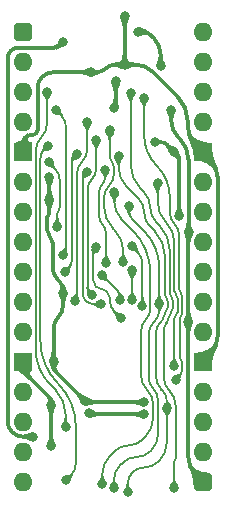
<source format=gbl>
%TF.GenerationSoftware,KiCad,Pcbnew,9.0.2*%
%TF.CreationDate,2025-06-27T19:11:06+02:00*%
%TF.ProjectId,GPIO 4bit,4750494f-2034-4626-9974-2e6b69636164,V0*%
%TF.SameCoordinates,Original*%
%TF.FileFunction,Copper,L2,Bot*%
%TF.FilePolarity,Positive*%
%FSLAX46Y46*%
G04 Gerber Fmt 4.6, Leading zero omitted, Abs format (unit mm)*
G04 Created by KiCad (PCBNEW 9.0.2) date 2025-06-27 19:11:06*
%MOMM*%
%LPD*%
G01*
G04 APERTURE LIST*
G04 Aperture macros list*
%AMRoundRect*
0 Rectangle with rounded corners*
0 $1 Rounding radius*
0 $2 $3 $4 $5 $6 $7 $8 $9 X,Y pos of 4 corners*
0 Add a 4 corners polygon primitive as box body*
4,1,4,$2,$3,$4,$5,$6,$7,$8,$9,$2,$3,0*
0 Add four circle primitives for the rounded corners*
1,1,$1+$1,$2,$3*
1,1,$1+$1,$4,$5*
1,1,$1+$1,$6,$7*
1,1,$1+$1,$8,$9*
0 Add four rect primitives between the rounded corners*
20,1,$1+$1,$2,$3,$4,$5,0*
20,1,$1+$1,$4,$5,$6,$7,0*
20,1,$1+$1,$6,$7,$8,$9,0*
20,1,$1+$1,$8,$9,$2,$3,0*%
G04 Aperture macros list end*
%TA.AperFunction,ComponentPad*%
%ADD10RoundRect,0.400000X-0.400000X-0.400000X0.400000X-0.400000X0.400000X0.400000X-0.400000X0.400000X0*%
%TD*%
%TA.AperFunction,ComponentPad*%
%ADD11O,1.600000X1.600000*%
%TD*%
%TA.AperFunction,ComponentPad*%
%ADD12R,1.600000X1.600000*%
%TD*%
%TA.AperFunction,ViaPad*%
%ADD13C,0.800000*%
%TD*%
%TA.AperFunction,Conductor*%
%ADD14C,0.380000*%
%TD*%
%TA.AperFunction,Conductor*%
%ADD15C,0.200000*%
%TD*%
G04 APERTURE END LIST*
D10*
%TO.P,J1,1,Pin_1*%
%TO.N,5V*%
X0Y0D03*
D11*
%TO.P,J1,2,Pin_2*%
%TO.N,Read GD _{0..3}*%
X0Y-2540000D03*
%TO.P,J1,3,Pin_3*%
%TO.N,Write GD _{0..3}*%
X0Y-5080000D03*
%TO.P,J1,4,Pin_4*%
%TO.N,Enable*%
X0Y-7620000D03*
D12*
%TO.P,J1,5,Pin_5*%
%TO.N,GND*%
X0Y-10160000D03*
D11*
%TO.P,J1,6,Pin_6*%
%TO.N,D7*%
X0Y-12700000D03*
%TO.P,J1,7,Pin_7*%
%TO.N,D6*%
X0Y-15240000D03*
%TO.P,J1,8,Pin_8*%
%TO.N,D5*%
X0Y-17780000D03*
%TO.P,J1,9,Pin_9*%
%TO.N,D4*%
X0Y-20320000D03*
%TO.P,J1,10,Pin_10*%
%TO.N,D3*%
X0Y-22860000D03*
%TO.P,J1,11,Pin_11*%
%TO.N,D2*%
X0Y-25400000D03*
D12*
%TO.P,J1,12,Pin_12*%
%TO.N,GND*%
X0Y-27940000D03*
D11*
%TO.P,J1,13,Pin_13*%
%TO.N,D1*%
X0Y-30480000D03*
%TO.P,J1,14,Pin_14*%
%TO.N,D0*%
X0Y-33020000D03*
%TO.P,J1,15,Pin_15*%
%TO.N,unconnected-(J1-Pin_15-Pad15)*%
X0Y-35560000D03*
%TO.P,J1,16,Pin_16*%
%TO.N,unconnected-(J1-Pin_16-Pad16)*%
X0Y-38100000D03*
D10*
%TO.P,J1,17,Pin_17*%
%TO.N,5V*%
X15240000Y-38100000D03*
D11*
%TO.P,J1,18,Pin_18*%
%TO.N,unconnected-(J1-Pin_18-Pad18)*%
X15240000Y-35560000D03*
%TO.P,J1,19,Pin_19*%
%TO.N,unconnected-(J1-Pin_19-Pad19)*%
X15240000Y-33020000D03*
%TO.P,J1,20,Pin_20*%
%TO.N,GPIO3*%
X15240000Y-30480000D03*
D12*
%TO.P,J1,21,Pin_21*%
%TO.N,GND*%
X15240000Y-27940000D03*
D11*
%TO.P,J1,22,Pin_22*%
%TO.N,GPIO2*%
X15240000Y-25400000D03*
%TO.P,J1,23,Pin_23*%
%TO.N,unconnected-(J1-Pin_23-Pad23)*%
X15240000Y-22860000D03*
%TO.P,J1,24,Pin_24*%
%TO.N,unconnected-(J1-Pin_24-Pad24)*%
X15240000Y-20320000D03*
%TO.P,J1,25,Pin_25*%
%TO.N,unconnected-(J1-Pin_25-Pad25)*%
X15240000Y-17780000D03*
%TO.P,J1,26,Pin_26*%
%TO.N,unconnected-(J1-Pin_26-Pad26)*%
X15240000Y-15240000D03*
%TO.P,J1,27,Pin_27*%
%TO.N,GPIO1*%
X15240000Y-12700000D03*
D12*
%TO.P,J1,28,Pin_28*%
%TO.N,GND*%
X15240000Y-10160000D03*
D11*
%TO.P,J1,29,Pin_29*%
%TO.N,GPIO0*%
X15240000Y-7620000D03*
%TO.P,J1,30,Pin_30*%
%TO.N,unconnected-(J1-Pin_30-Pad30)*%
X15240000Y-5080000D03*
%TO.P,J1,31,Pin_31*%
%TO.N,Read*%
X15240000Y-2540000D03*
%TO.P,J1,32,Pin_32*%
%TO.N,unconnected-(J1-Pin_32-Pad32)*%
X15240000Y0D03*
%TD*%
D13*
%TO.N,GND*%
X8636000Y1300307D03*
X3428998Y-22098002D03*
X2413000Y-31623000D03*
X2622334Y-27939996D03*
X8636000Y-2793994D03*
X2250004Y-14224000D03*
X5316749Y-31307422D03*
X2250004Y-12319000D03*
X10313000Y-31369000D03*
X5765001Y-3429001D03*
X11176003Y-9307815D03*
X13252272Y-15621810D03*
X12827000Y-10160000D03*
X2413016Y-35093000D03*
%TO.N,5V*%
X14054000Y-16986242D03*
X14033497Y-24574503D03*
X9779000Y0D03*
X7747000Y-6477000D03*
X11685502Y-2921000D03*
X12573000Y-6604000D03*
X7874000Y-4219001D03*
%TO.N,/OE3*%
X9271000Y-18187879D03*
X10119532Y-23254033D03*
%TO.N,/OE2*%
X9271000Y-20195612D03*
X9257546Y-22686421D03*
%TO.N,GPIO3*%
X8890000Y-38989000D03*
X8131145Y-10539000D03*
X12213000Y-31836888D03*
%TO.N,/OE1*%
X6708669Y-20582450D03*
X8258765Y-22735829D03*
%TO.N,GPIO1*%
X6744072Y-38331005D03*
X7768312Y-13595683D03*
%TO.N,GPIO2*%
X11569532Y-23038649D03*
X9017000Y-14732000D03*
X7747000Y-38608000D03*
%TO.N,GPIO0*%
X2159000Y-9652000D03*
X3683000Y-37973000D03*
%TO.N,Write GD _{0..3}*%
X12951500Y-29461500D03*
X10287000Y-5583634D03*
%TO.N,/OE0*%
X6252625Y-18267552D03*
X8290468Y-24212457D03*
%TO.N,/GD3*%
X6223000Y-9144000D03*
X5913135Y-22297999D03*
%TO.N,/GD2*%
X12822000Y-28321000D03*
X11430000Y-12829000D03*
%TO.N,/GD1*%
X5467983Y-11854884D03*
X6628014Y-23048414D03*
%TO.N,/GD0*%
X4395788Y-22797049D03*
X5461000Y-7620000D03*
%TO.N,Read*%
X9144027Y-5208942D03*
X12827000Y-38608000D03*
%TO.N,/3.3V*%
X889000Y-34290006D03*
X3429000Y-889000D03*
X10313000Y-32385000D03*
X5600000Y-32318498D03*
%TO.N,Net-(IC4-1~{OE})*%
X3429000Y-18908000D03*
X2794000Y-6604000D03*
%TO.N,Net-(IC4-2~{OE})*%
X4584000Y-10393914D03*
X3556000Y-20320000D03*
%TO.N,Net-(IC4-3~{OE})*%
X7059694Y-19582060D03*
X6985000Y-11684000D03*
%TO.N,Net-(IC4-4~{OE})*%
X8509694Y-19523549D03*
X7377998Y-8352677D03*
%TO.N,Net-(IC2-~{OE})*%
X3632105Y-33495386D03*
X2060000Y-5080000D03*
%TO.N,Enable*%
X2215626Y-11070465D03*
X2933000Y-16510000D03*
%TD*%
D14*
%TO.N,/3.3V*%
X-322555Y-1350000D02*
G75*
G03*
X-992500Y-1627500I-3J-947439D01*
G01*
X5633251Y-32351749D02*
G75*
G03*
X5713526Y-32384989I80249J80249D01*
G01*
X-992500Y-1627500D02*
G75*
G03*
X-1270000Y-2297444I669941J-669943D01*
G01*
X3198500Y-1119500D02*
G75*
G02*
X2642023Y-1350010I-556500J556500D01*
G01*
X-888997Y-33909003D02*
G75*
G03*
X30825Y-34290006I919827J919833D01*
G01*
X-1270000Y-32989180D02*
G75*
G03*
X-888997Y-33909003I1300835J4D01*
G01*
%TO.N,5V*%
X14052000Y-15734915D02*
G75*
G02*
X14053977Y-15739743I-4800J-4785D01*
G01*
X14043748Y-16996493D02*
G75*
G03*
X14033527Y-17021242I24752J-24707D01*
G01*
X14050000Y-15730086D02*
G75*
G03*
X14051999Y-15734916I6800J-14D01*
G01*
X11113251Y-572250D02*
G75*
G02*
X11685507Y-1953787I-1381551J-1381550D01*
G01*
X12573000Y-7472378D02*
G75*
G03*
X13187036Y-8954790I2096440J-2D01*
G01*
X14033497Y-36040370D02*
G75*
G03*
X14636750Y-37496746I2059623J0D01*
G01*
X10810407Y-269407D02*
G75*
G03*
X10160000Y5I-650407J-650393D01*
G01*
X7874000Y-6260197D02*
G75*
G02*
X7810501Y-6413501I-216800J-3D01*
G01*
X13311500Y-9079256D02*
G75*
G02*
X14050000Y-10862152I-1782890J-1782894D01*
G01*
%TO.N,GND*%
X650407Y-8763000D02*
G75*
G03*
X190498Y-8953498I-7J-650400D01*
G01*
X13987252Y-8021425D02*
G75*
G03*
X14613623Y-9533629I2138578J-5D01*
G01*
X15875000Y-10795000D02*
G75*
G02*
X16509989Y-12328025I-1533000J-1533000D01*
G01*
X1143000Y-8636000D02*
G75*
G02*
X836394Y-8762998I-306600J306600D01*
G01*
X3428998Y-23178602D02*
G75*
G02*
X3025672Y-24152338I-1377098J2D01*
G01*
X2250004Y-15352977D02*
G75*
G02*
X2171501Y-15542497I-268034J7D01*
G01*
X2610930Y-3429001D02*
G75*
G03*
X1662750Y-3821751I0J-1340929D01*
G01*
X2622334Y-28276501D02*
G75*
G03*
X2860286Y-28850945I812366J1D01*
G01*
X2539998Y-19945380D02*
G75*
G03*
X2984499Y-21018497I1517612J0D01*
G01*
X13083126Y-5445874D02*
G75*
G02*
X13987241Y-7628626I-2182726J-2182726D01*
G01*
X2413000Y-35092972D02*
X2413002Y-35092972D01*
X2413005Y-35092972D01*
X2413007Y-35092973D01*
X2413010Y-35092974D01*
X2413012Y-35092975D01*
X2413014Y-35092976D01*
X2413016Y-35092977D01*
X2413018Y-35092979D01*
X2413020Y-35092980D01*
X3025666Y-24152332D02*
G75*
G03*
X2622331Y-25126061I973714J-973728D01*
G01*
X5347538Y-31338211D02*
G75*
G03*
X5421869Y-31369028I74362J74311D01*
G01*
X1662749Y-3821750D02*
G75*
G03*
X1270000Y-4769931I948181J-948180D01*
G01*
X12257237Y-9590237D02*
G75*
G03*
X11575409Y-9307818I-681837J-681863D01*
G01*
X13039636Y-10372636D02*
G75*
G02*
X13252287Y-10885984I-513336J-513364D01*
G01*
X7815017Y-2793994D02*
G75*
G03*
X7048492Y-3111493I-17J-1084006D01*
G01*
X2233394Y-30935394D02*
G75*
G02*
X2413003Y-31369000I-433594J-433606D01*
G01*
X2093000Y-16828924D02*
G75*
G03*
X2316497Y-17368501I763070J-6D01*
G01*
X0Y-28321000D02*
G75*
G03*
X269408Y-28971406I919810J0D01*
G01*
X3204490Y-21238490D02*
G75*
G02*
X3429004Y-21780500I-541990J-542010D01*
G01*
X1270000Y-8329394D02*
G75*
G02*
X1143001Y-8636001I-433620J4D01*
G01*
X190500Y-8953500D02*
G75*
G03*
X3Y-9413407I459900J-459900D01*
G01*
X7048496Y-3111497D02*
G75*
G02*
X6281975Y-3428990I-766496J766497D01*
G01*
X11065961Y-3428709D02*
G75*
G03*
X9533623Y-2793993I-1532341J-1532341D01*
G01*
X2171502Y-15542498D02*
G75*
G03*
X2093007Y-15732018I189498J-189502D01*
G01*
X2316499Y-17368499D02*
G75*
G02*
X2539994Y-17908073I-539579J-539571D01*
G01*
X16510000Y-25771974D02*
G75*
G02*
X15875001Y-27305001I-2168040J4D01*
G01*
D15*
%TO.N,Enable*%
X3054000Y-15107000D02*
G75*
G03*
X2933008Y-15399119I292100J-292100D01*
G01*
X2695313Y-11550152D02*
G75*
G02*
X3174999Y-12708218I-1158073J-1158068D01*
G01*
X3175000Y-14814880D02*
G75*
G02*
X3054000Y-15107000I-413120J0D01*
G01*
%TO.N,Net-(IC2-~{OE})*%
X1580000Y-8961000D02*
G75*
G03*
X1099998Y-10119822I1158810J-1158820D01*
G01*
X2060000Y-7802177D02*
G75*
G02*
X1580000Y-8961000I-1638827J1D01*
G01*
X1100000Y-26868531D02*
G75*
G03*
X2366053Y-29925051I4322570J1D01*
G01*
X2817418Y-30376418D02*
G75*
G02*
X3632105Y-32343245I-1966838J-1966832D01*
G01*
%TO.N,Net-(IC4-4~{OE})*%
X7553836Y-11022352D02*
G75*
G02*
X7729693Y-11446864I-424536J-424548D01*
G01*
X7729675Y-12032053D02*
G75*
G02*
X7303337Y-13061323I-1455615J3D01*
G01*
X7801643Y-16812829D02*
G75*
G02*
X8509698Y-18522214I-1709383J-1709391D01*
G01*
X7303337Y-13061323D02*
G75*
G03*
X6876992Y-14090593I1029263J-1029277D01*
G01*
X7377998Y-10597840D02*
G75*
G03*
X7553838Y-11022350I600342J0D01*
G01*
X6877000Y-14733697D02*
G75*
G03*
X7693342Y-16704538I2787200J-3D01*
G01*
%TO.N,Net-(IC4-3~{OE})*%
X6477000Y-15641845D02*
G75*
G03*
X6768345Y-16345221I994720J-5D01*
G01*
X6768347Y-16345219D02*
G75*
G02*
X7059707Y-17048592I-703347J-703381D01*
G01*
X6731000Y-12954000D02*
G75*
G03*
X6477004Y-13567210I613200J-613200D01*
G01*
X6985000Y-12340789D02*
G75*
G02*
X6731003Y-12954003I-867200J-11D01*
G01*
%TO.N,Net-(IC4-2~{OE})*%
X4191000Y-19235987D02*
G75*
G02*
X3873498Y-20002498I-1084020J7D01*
G01*
X4387500Y-10590414D02*
G75*
G03*
X4191007Y-11064806I474400J-474386D01*
G01*
%TO.N,Net-(IC4-1~{OE})*%
X3238500Y-7048500D02*
G75*
G02*
X3683001Y-8121617I-1073120J-1073120D01*
G01*
X3683000Y-18474394D02*
G75*
G02*
X3556002Y-18781002I-433600J-6D01*
G01*
%TO.N,Read*%
X9153513Y-5218428D02*
G75*
G02*
X9162975Y-5241330I-22913J-22872D01*
G01*
X12582766Y-22425536D02*
G75*
G02*
X12719524Y-22755718I-330166J-330164D01*
G01*
X12531348Y-23848337D02*
G75*
G03*
X12369527Y-24238997I390652J-390663D01*
G01*
X10256184Y-13558184D02*
G75*
G02*
X10795009Y-14859000I-1300784J-1300816D01*
G01*
X9163000Y-11311001D02*
G75*
G03*
X9979001Y-13280999I2786000J1D01*
G01*
X10795000Y-14859000D02*
G75*
G03*
X11333821Y-16159809I1839600J0D01*
G01*
X12446000Y-22095353D02*
G75*
G03*
X12582753Y-22425549I466900J-47D01*
G01*
X11938000Y-29189529D02*
G75*
G03*
X12450501Y-30426813I1749780J-1D01*
G01*
X12719532Y-23412666D02*
G75*
G02*
X12544558Y-23835180I-597532J-34D01*
G01*
X12369532Y-24238997D02*
G75*
G02*
X12207708Y-24629649I-552432J-3D01*
G01*
X12153766Y-24683606D02*
G75*
G03*
X11938016Y-25204511I520934J-520894D01*
G01*
X12831500Y-38600318D02*
G75*
G02*
X12829245Y-38605745I-7700J18D01*
G01*
X12450500Y-30426814D02*
G75*
G02*
X12962997Y-31664098I-1237300J-1237286D01*
G01*
X12963000Y-36102015D02*
G75*
G02*
X12897245Y-36260745I-224500J15D01*
G01*
X11620500Y-16446500D02*
G75*
G02*
X12445986Y-18439433I-1992900J-1992900D01*
G01*
X12897250Y-36260750D02*
G75*
G03*
X12831494Y-36419484I158750J-158750D01*
G01*
%TO.N,/GD0*%
X5026000Y-11026066D02*
G75*
G03*
X4591003Y-12076248I1050170J-1050174D01*
G01*
X4591000Y-22463801D02*
G75*
G02*
X4493404Y-22699453I-333300J1D01*
G01*
X5461000Y-9975883D02*
G75*
G02*
X5026000Y-11026066I-1485190J3D01*
G01*
%TO.N,/GD1*%
X5102625Y-22191227D02*
G75*
G03*
X5353688Y-22797351I857185J-3D01*
G01*
X5285304Y-12037563D02*
G75*
G03*
X5102608Y-12478589I440996J-441037D01*
G01*
X5353689Y-22797350D02*
G75*
G03*
X5959811Y-23048398I606111J606150D01*
G01*
%TO.N,/GD2*%
X13119000Y-23762871D02*
G75*
G02*
X13074113Y-23871286I-153300J-29D01*
G01*
X12970500Y-23974870D02*
G75*
G03*
X12821983Y-24333380I358500J-358530D01*
G01*
X12138000Y-16133885D02*
G75*
G02*
X12845999Y-17843148I-1709270J-1709265D01*
G01*
X11430000Y-14424621D02*
G75*
G03*
X12138002Y-16133883I2417260J1D01*
G01*
X12846000Y-21929667D02*
G75*
G03*
X12982760Y-22259856I466900J-33D01*
G01*
X13119532Y-23698463D02*
G75*
G02*
X13119290Y-23699128I-932J-37D01*
G01*
X12982766Y-22259850D02*
G75*
G02*
X13119514Y-22590032I-330166J-330150D01*
G01*
X13119266Y-23699106D02*
G75*
G03*
X13119032Y-23699746I634J-594D01*
G01*
%TO.N,/GD3*%
X5862812Y-12494502D02*
G75*
G03*
X5502610Y-13364072I869588J-869598D01*
G01*
X6223000Y-11624932D02*
G75*
G02*
X5862812Y-12494502I-1229760J2D01*
G01*
X5502625Y-21597214D02*
G75*
G03*
X5707889Y-22092735I700775J14D01*
G01*
%TO.N,/OE0*%
X7101105Y-21960105D02*
G75*
G03*
X6667500Y-21780497I-433605J-433595D01*
G01*
X6233894Y-21600894D02*
G75*
G03*
X6667500Y-21780503I433606J433594D01*
G01*
X7378000Y-22768494D02*
G75*
G03*
X7753829Y-23675806I1283100J-6D01*
G01*
X5958669Y-21004054D02*
G75*
G03*
X6186082Y-21553086I776441J-6D01*
G01*
X6105647Y-18414530D02*
G75*
G03*
X5958650Y-18769366I354853J-354870D01*
G01*
X7149750Y-22008750D02*
G75*
G02*
X7378002Y-22559794I-551050J-551050D01*
G01*
%TO.N,Write GD _{0..3}*%
X13246000Y-21763981D02*
G75*
G03*
X13382767Y-22094163I466900J-19D01*
G01*
X12460000Y-15334413D02*
G75*
G03*
X12853004Y-16283195I1341800J13D01*
G01*
X11373500Y-11373500D02*
G75*
G02*
X12460003Y-13996543I-2623050J-2623050D01*
G01*
X13522000Y-28487595D02*
G75*
G02*
X13236751Y-29176251I-973900J-5D01*
G01*
X13382766Y-22094164D02*
G75*
G02*
X13519504Y-22424346I-330166J-330136D01*
G01*
X10287000Y-8750456D02*
G75*
G03*
X11373499Y-11373501I3709540J-4D01*
G01*
X13285216Y-27507807D02*
G75*
G03*
X13403618Y-27793621I404184J7D01*
G01*
X13519532Y-23825838D02*
G75*
G02*
X13402361Y-24108670I-400032J38D01*
G01*
X13402374Y-24108683D02*
G75*
G03*
X13285230Y-24391527I282826J-282817D01*
G01*
X12853000Y-16283199D02*
G75*
G02*
X13246007Y-17231984I-948800J-948801D01*
G01*
X13403608Y-27793631D02*
G75*
G02*
X13522037Y-28079454I-285808J-285869D01*
G01*
%TO.N,GPIO0*%
X3007500Y-29804500D02*
G75*
G02*
X4510000Y-33431855I-3627362J-3627358D01*
G01*
X4510000Y-36561222D02*
G75*
G02*
X4096501Y-37559501I-1411790J2D01*
G01*
X1832000Y-9979000D02*
G75*
G03*
X1505003Y-10768447I789440J-789440D01*
G01*
X1505000Y-26177144D02*
G75*
G03*
X3007501Y-29804499I5129860J4D01*
G01*
%TO.N,GPIO2*%
X10668000Y-29273350D02*
G75*
G03*
X11065502Y-30232998I1357140J0D01*
G01*
X11065500Y-30233000D02*
G75*
G02*
X11462979Y-31192649I-959600J-959600D01*
G01*
X8240913Y-36717085D02*
G75*
G03*
X7746990Y-37909500I1192387J-1192415D01*
G01*
X10293266Y-16897266D02*
G75*
G02*
X11569529Y-19978444I-3081176J-3081174D01*
G01*
X9652000Y-36004500D02*
G75*
G03*
X8459591Y-36498420I0J-1686300D01*
G01*
X10844414Y-35510585D02*
G75*
G02*
X9652000Y-36004508I-1192414J1192385D01*
G01*
X11569532Y-23587558D02*
G75*
G02*
X11181397Y-24524608I-1325192J-2D01*
G01*
X11463000Y-34105343D02*
G75*
G02*
X10906749Y-35448249I-1899160J3D01*
G01*
X9017000Y-15176500D02*
G75*
G03*
X9331312Y-15935304I1073100J0D01*
G01*
X11118766Y-24587234D02*
G75*
G03*
X10667982Y-25675479I1088234J-1088266D01*
G01*
%TO.N,GPIO1*%
X7768312Y-14428497D02*
G75*
G03*
X8357200Y-15850200I2010588J-3D01*
G01*
X7369181Y-35937818D02*
G75*
G03*
X6744073Y-37446966I1509139J-1509142D01*
G01*
X10548000Y-30360000D02*
G75*
G02*
X11062992Y-31603319I-1243300J-1243300D01*
G01*
X11063000Y-32663191D02*
G75*
G02*
X10371587Y-34332417I-2360650J1D01*
G01*
X10819532Y-23422305D02*
G75*
G02*
X10426271Y-24371739I-1342732J5D01*
G01*
X10033000Y-29116680D02*
G75*
G03*
X10548000Y-30360000I1758320J0D01*
G01*
X8981670Y-35023830D02*
G75*
G03*
X7789262Y-35517751I30J-1686370D01*
G01*
X10174084Y-34529915D02*
G75*
G02*
X8981670Y-35023808I-1192384J1192415D01*
G01*
X9293922Y-16786922D02*
G75*
G02*
X10819531Y-20470070I-3683152J-3683148D01*
G01*
X10426266Y-24371734D02*
G75*
G03*
X10032975Y-25321162I949434J-949466D01*
G01*
%TO.N,/OE1*%
X8045472Y-21919253D02*
G75*
G02*
X8258763Y-22434187I-514972J-514947D01*
G01*
%TO.N,GPIO3*%
X12182500Y-22590956D02*
G75*
G02*
X12319014Y-22920496I-329500J-329544D01*
G01*
X11636265Y-24635419D02*
G75*
G03*
X11302983Y-25439995I804535J-804581D01*
G01*
X12319000Y-23247888D02*
G75*
G02*
X12144276Y-23669744I-596600J-12D01*
G01*
X10299216Y-36893500D02*
G75*
G03*
X9302745Y-37306245I-16J-1409200D01*
G01*
X11969532Y-24073311D02*
G75*
G02*
X11807701Y-24463956I-552432J11D01*
G01*
X9302750Y-37306250D02*
G75*
G03*
X8890007Y-38302716I996450J-996450D01*
G01*
X12046000Y-22261415D02*
G75*
G03*
X12182516Y-22590940I466000J15D01*
G01*
X12131348Y-23682651D02*
G75*
G03*
X11969537Y-24073311I390652J-390649D01*
G01*
X9793085Y-14111085D02*
G75*
G02*
X10287008Y-15303500I-1192385J-1192415D01*
G01*
X11166500Y-16881500D02*
G75*
G02*
X12046000Y-19004800I-2123300J-2123300D01*
G01*
X12213000Y-34798026D02*
G75*
G02*
X11599246Y-36279746I-2095470J6D01*
G01*
X11303000Y-29201532D02*
G75*
G03*
X11758003Y-30299997I1553460J2D01*
G01*
X11434512Y-36444487D02*
G75*
G02*
X10350500Y-36893507I-1084012J1083987D01*
G01*
X10287000Y-15303500D02*
G75*
G03*
X10780920Y-16495908I1686300J0D01*
G01*
X11830494Y-30372494D02*
G75*
G02*
X12212956Y-31295944I-923494J-923406D01*
G01*
X8131145Y-11494072D02*
G75*
G03*
X8806485Y-13124481I2305745J2D01*
G01*
%TO.N,/OE2*%
X9271000Y-22663453D02*
G75*
G02*
X9264253Y-22679674I-23000J53D01*
G01*
%TO.N,/OE3*%
X10147078Y-23207009D02*
G75*
G02*
X10133312Y-23240267I-47078J9D01*
G01*
X9709039Y-18625918D02*
G75*
G02*
X10147046Y-19683437I-1057539J-1057482D01*
G01*
D14*
%TO.N,GND*%
X15875000Y-10795000D02*
X15240000Y-10160000D01*
X5765001Y-3429001D02*
X2610930Y-3429001D01*
X2413000Y-31623000D02*
X2413000Y-35092972D01*
X650407Y-8763000D02*
X836394Y-8763000D01*
X2539998Y-19945380D02*
X2539998Y-17908073D01*
X0Y-9413407D02*
X0Y-10160000D01*
X13083126Y-5445874D02*
X11065961Y-3428709D01*
X2622334Y-28276501D02*
X2622334Y-27939996D01*
X5316749Y-31307422D02*
X5347538Y-31338211D01*
X14613626Y-9533626D02*
X15240000Y-10160000D01*
X2413008Y-35092992D02*
X2413016Y-35093000D01*
X13987252Y-8021425D02*
X13987252Y-7628626D01*
X10313000Y-31369000D02*
X5421869Y-31369000D01*
X2984498Y-21018498D02*
X3204490Y-21238490D01*
X2250004Y-15352977D02*
X2250004Y-14224000D01*
X2860279Y-28850952D02*
X5316749Y-31307422D01*
X2250004Y-14224000D02*
X2250004Y-12319000D01*
X12827000Y-10160000D02*
X13039636Y-10372636D01*
X2093000Y-16828924D02*
X2093000Y-15732018D01*
X3428998Y-23178602D02*
X3428998Y-22098002D01*
X8636000Y1300307D02*
X8636000Y-2793994D01*
X2622334Y-25126061D02*
X2622334Y-27939996D01*
X3428998Y-22098002D02*
X3428998Y-21780500D01*
X8636000Y-2793994D02*
X9533623Y-2793994D01*
X12827000Y-10160000D02*
X12257237Y-9590237D01*
X1270000Y-4769931D02*
X1270000Y-8329394D01*
X16510000Y-12328025D02*
X16510000Y-25771974D01*
X2233394Y-30935394D02*
X269407Y-28971407D01*
X5765001Y-3429001D02*
X6281975Y-3429001D01*
X15875000Y-27305000D02*
X15240000Y-27940000D01*
X7815017Y-2793994D02*
X8636000Y-2793994D01*
X2413000Y-31623000D02*
X2413000Y-31369000D01*
X11575409Y-9307815D02*
X11176003Y-9307815D01*
X13252272Y-10885984D02*
X13252272Y-15621810D01*
%TO.N,5V*%
X7810500Y-6413500D02*
X7747000Y-6477000D01*
X14054000Y-15739743D02*
X14054000Y-16986242D01*
X11113251Y-572250D02*
X10810407Y-269407D01*
X11685502Y-1953787D02*
X11685502Y-2921000D01*
X14043748Y-16996493D02*
X14054000Y-16986242D01*
X14033497Y-24574503D02*
X14033497Y-36040370D01*
X13187035Y-8954791D02*
X13311500Y-9079256D01*
X14033497Y-24574503D02*
X14033497Y-17021242D01*
X10160000Y0D02*
X9779000Y0D01*
X7874000Y-6260197D02*
X7874000Y-4219001D01*
X14050000Y-15730086D02*
X14050000Y-10862152D01*
X14636748Y-37496748D02*
X15240000Y-38100000D01*
X12573000Y-6604000D02*
X12573000Y-7472378D01*
D15*
%TO.N,/OE3*%
X10133305Y-23240260D02*
X10119532Y-23254033D01*
X9709039Y-18625918D02*
X9271000Y-18187879D01*
X10147078Y-23207009D02*
X10147078Y-19683437D01*
%TO.N,/OE2*%
X9257546Y-22686421D02*
X9264273Y-22679694D01*
X9271000Y-22663453D02*
X9271000Y-20195612D01*
%TO.N,GPIO3*%
X12046000Y-22261415D02*
X12046000Y-19004800D01*
X10299216Y-36893500D02*
X10350500Y-36893500D01*
X12213000Y-31836888D02*
X12213000Y-31295944D01*
X12144265Y-23669733D02*
X12131348Y-23682651D01*
X9793085Y-14111085D02*
X8806483Y-13124483D01*
X11303000Y-25439995D02*
X11303000Y-29201532D01*
X11636265Y-24635419D02*
X11807715Y-24463970D01*
X11758000Y-30300000D02*
X11830494Y-30372494D01*
X8131145Y-10539000D02*
X8131145Y-11494072D01*
X12213000Y-34798026D02*
X12213000Y-31836888D01*
X12319000Y-22920496D02*
X12319000Y-23247888D01*
X8890000Y-38302716D02*
X8890000Y-38989000D01*
X11599249Y-36279749D02*
X11434512Y-36444487D01*
X11166500Y-16881500D02*
X10780914Y-16495914D01*
%TO.N,/OE1*%
X8045472Y-21919253D02*
X6708669Y-20582450D01*
X8258765Y-22434187D02*
X8258765Y-22735829D01*
%TO.N,GPIO1*%
X10819532Y-23422305D02*
X10819532Y-20470070D01*
X11063000Y-31603319D02*
X11063000Y-32663191D01*
X7369181Y-35937818D02*
X7789255Y-35517744D01*
X6744072Y-37446966D02*
X6744072Y-38331005D01*
X10033000Y-29116680D02*
X10033000Y-25321162D01*
X8357200Y-15850200D02*
X9293922Y-16786922D01*
X7768312Y-14428497D02*
X7768312Y-13595683D01*
X10371584Y-34332414D02*
X10174084Y-34529915D01*
%TO.N,GPIO2*%
X11569532Y-23038649D02*
X11569532Y-23587558D01*
X10293266Y-16897266D02*
X9331308Y-15935308D01*
X9017000Y-14732000D02*
X9017000Y-15176500D01*
X11569532Y-19978444D02*
X11569532Y-23038649D01*
X10668000Y-29273350D02*
X10668000Y-25675479D01*
X8240913Y-36717085D02*
X8459585Y-36498414D01*
X7747000Y-37909500D02*
X7747000Y-38608000D01*
X10844414Y-35510585D02*
X10906750Y-35448250D01*
X11463000Y-31192649D02*
X11463000Y-34105343D01*
X11181394Y-24524605D02*
X11118766Y-24587234D01*
%TO.N,GPIO0*%
X3683000Y-37973000D02*
X4096500Y-37559500D01*
X1832000Y-9979000D02*
X2159000Y-9652000D01*
X1505000Y-10768447D02*
X1505000Y-26177144D01*
X4510000Y-33431855D02*
X4510000Y-36561222D01*
%TO.N,Write GD _{0..3}*%
X10287000Y-5583634D02*
X10287000Y-8750456D01*
X13519532Y-22424346D02*
X13519532Y-23825838D01*
X13285216Y-27507807D02*
X13285216Y-24391527D01*
X13246000Y-21763981D02*
X13246000Y-17231984D01*
X13236750Y-29176250D02*
X12951500Y-29461500D01*
X13522000Y-28487595D02*
X13522000Y-28079454D01*
X12460000Y-15334413D02*
X12460000Y-13996543D01*
%TO.N,/OE0*%
X7753823Y-23675812D02*
X8290468Y-24212457D01*
X6105647Y-18414530D02*
X6252625Y-18267552D01*
X6233894Y-21600894D02*
X6186084Y-21553084D01*
X7378000Y-22768494D02*
X7378000Y-22559794D01*
X5958669Y-21004054D02*
X5958669Y-18769366D01*
X7101105Y-21960105D02*
X7149750Y-22008750D01*
%TO.N,/GD3*%
X6223000Y-9144000D02*
X6223000Y-11624932D01*
X5502625Y-13364072D02*
X5502625Y-21597214D01*
X5913135Y-22297999D02*
X5707880Y-22092744D01*
%TO.N,/GD2*%
X13074098Y-23871271D02*
X12970500Y-23974870D01*
X12846000Y-17843148D02*
X12846000Y-21929667D01*
X13119532Y-23698463D02*
X13119532Y-22590032D01*
X11430000Y-12829000D02*
X11430000Y-14424621D01*
X13119000Y-23762871D02*
X13119000Y-23699748D01*
X12822000Y-24333380D02*
X12822000Y-28321000D01*
%TO.N,/GD1*%
X5285304Y-12037563D02*
X5467983Y-11854884D01*
X5959811Y-23048414D02*
X6628014Y-23048414D01*
X5102625Y-22191227D02*
X5102625Y-12478589D01*
%TO.N,/GD0*%
X4591000Y-12076248D02*
X4591000Y-22463801D01*
X5461000Y-7620000D02*
X5461000Y-9975883D01*
X4395788Y-22797049D02*
X4493394Y-22699443D01*
%TO.N,Read*%
X12207715Y-24629656D02*
X12153766Y-24683606D01*
X12719532Y-22755718D02*
X12719532Y-23412666D01*
X12831500Y-38600318D02*
X12831500Y-36419484D01*
X10256184Y-13558184D02*
X9979000Y-13281000D01*
X12446000Y-22095353D02*
X12446000Y-18439433D01*
X9153513Y-5218428D02*
X9144027Y-5208942D01*
X9163000Y-5241330D02*
X9163000Y-11311001D01*
X12963000Y-31664098D02*
X12963000Y-36102015D01*
X12827000Y-38608000D02*
X12829250Y-38605750D01*
X11333815Y-16159815D02*
X11620500Y-16446500D01*
X12531348Y-23848337D02*
X12544532Y-23835154D01*
X11938000Y-29189529D02*
X11938000Y-25204511D01*
D14*
%TO.N,/3.3V*%
X889000Y-34290006D02*
X30825Y-34290006D01*
X-322555Y-1350000D02*
X2642023Y-1350000D01*
X5713526Y-32385000D02*
X10313000Y-32385000D01*
X3429000Y-889000D02*
X3198500Y-1119500D01*
X-1270000Y-2297444D02*
X-1270000Y-32989180D01*
X5633251Y-32351749D02*
X5600000Y-32318498D01*
D15*
%TO.N,Net-(IC4-1~{OE})*%
X3238500Y-7048500D02*
X2794000Y-6604000D01*
X3429000Y-18908000D02*
X3556000Y-18781000D01*
X3683000Y-8121617D02*
X3683000Y-18474394D01*
%TO.N,Net-(IC4-2~{OE})*%
X4584000Y-10393914D02*
X4387500Y-10590414D01*
X4191000Y-19235987D02*
X4191000Y-11064806D01*
X3556000Y-20320000D02*
X3873500Y-20002500D01*
%TO.N,Net-(IC4-3~{OE})*%
X6477000Y-15641845D02*
X6477000Y-13567210D01*
X7059694Y-17048592D02*
X7059694Y-19582060D01*
X6985000Y-11684000D02*
X6985000Y-12340789D01*
%TO.N,Net-(IC4-4~{OE})*%
X7801643Y-16812829D02*
X7693347Y-16704533D01*
X7729675Y-11446864D02*
X7729675Y-12032053D01*
X8509694Y-18522214D02*
X8509694Y-19523549D01*
X7377998Y-8352677D02*
X7377998Y-10597840D01*
X6877000Y-14090593D02*
X6877000Y-14733697D01*
%TO.N,Net-(IC2-~{OE})*%
X2366052Y-29925052D02*
X2817418Y-30376418D01*
X2060000Y-7802177D02*
X2060000Y-5080000D01*
X1100000Y-10119822D02*
X1100000Y-26868531D01*
X3632105Y-32343245D02*
X3632105Y-33495386D01*
%TO.N,Enable*%
X2933000Y-15399119D02*
X2933000Y-16510000D01*
X2215626Y-11070465D02*
X2695313Y-11550152D01*
X3175000Y-12708218D02*
X3175000Y-14814880D01*
%TD*%
%TA.AperFunction,Conductor*%
%TO.N,/3.3V*%
G36*
X3106177Y-673355D02*
G01*
X3107267Y-673997D01*
X3291702Y-796763D01*
X3425921Y-886103D01*
X3430909Y-893540D01*
X3430919Y-893589D01*
X3504869Y-1270276D01*
X3503100Y-1279054D01*
X3496092Y-1283913D01*
X3391051Y-1308864D01*
X3391046Y-1308866D01*
X3391036Y-1308869D01*
X3391033Y-1308870D01*
X3301750Y-1338445D01*
X3301738Y-1338449D01*
X3187012Y-1391960D01*
X3167716Y-1400960D01*
X3116148Y-1425115D01*
X3037625Y-1461898D01*
X3036373Y-1462399D01*
X2947032Y-1492277D01*
X2946034Y-1492562D01*
X2840225Y-1517788D01*
X2831383Y-1516373D01*
X2826131Y-1509120D01*
X2826042Y-1508717D01*
X2756289Y-1158076D01*
X2758036Y-1149296D01*
X2764116Y-1144679D01*
X2863725Y-1112014D01*
X2929492Y-1059484D01*
X2967340Y-991561D01*
X2993039Y-909484D01*
X3028688Y-797699D01*
X3029440Y-795888D01*
X3090404Y-678353D01*
X3097255Y-672588D01*
X3106177Y-673355D01*
G37*
%TD.AperFunction*%
%TD*%
%TA.AperFunction,Conductor*%
%TO.N,5V*%
G36*
X14332962Y-36666164D02*
G01*
X14398999Y-36759389D01*
X14399006Y-36759398D01*
X14434981Y-36799090D01*
X14473862Y-36841988D01*
X14562323Y-36923568D01*
X14769305Y-37073315D01*
X14769304Y-37073315D01*
X14848167Y-37114291D01*
X14993997Y-37190065D01*
X15217448Y-37266478D01*
X15429389Y-37302309D01*
X15606914Y-37300221D01*
X15615226Y-37303550D01*
X15618750Y-37311782D01*
X15617594Y-37316993D01*
X15242488Y-38096544D01*
X15235813Y-38102513D01*
X15235792Y-38102520D01*
X14456165Y-38373959D01*
X14447225Y-38373443D01*
X14441269Y-38366757D01*
X14440626Y-38362485D01*
X14446408Y-38204672D01*
X14434097Y-38060236D01*
X14408966Y-37909851D01*
X14364196Y-37723685D01*
X14306950Y-37537364D01*
X14228896Y-37325784D01*
X14144022Y-37127854D01*
X13982340Y-36815273D01*
X13981584Y-36806352D01*
X13987358Y-36799507D01*
X13988240Y-36799097D01*
X14318939Y-36662118D01*
X14327892Y-36662118D01*
X14332962Y-36666164D01*
G37*
%TD.AperFunction*%
%TD*%
%TA.AperFunction,Conductor*%
%TO.N,5V*%
G36*
X9868753Y389619D02*
G01*
X10022207Y354337D01*
X10023136Y354083D01*
X10142799Y315964D01*
X10144242Y315397D01*
X10330843Y227322D01*
X10331308Y227089D01*
X10364543Y209554D01*
X10364568Y209542D01*
X10620574Y89507D01*
X10626610Y82892D01*
X10626416Y74437D01*
X10489334Y-256504D01*
X10483002Y-262836D01*
X10475119Y-263220D01*
X10365978Y-230014D01*
X10365972Y-230013D01*
X10273741Y-228303D01*
X10195906Y-251643D01*
X10195901Y-251645D01*
X10119795Y-290498D01*
X10119709Y-290541D01*
X10010855Y-344990D01*
X10009050Y-345712D01*
X9869388Y-388527D01*
X9860474Y-387676D01*
X9854773Y-380770D01*
X9854489Y-379647D01*
X9847608Y-345426D01*
X9778541Y-1925D01*
X9778541Y2685D01*
X9854661Y380529D01*
X9859655Y387961D01*
X9868442Y389687D01*
X9868753Y389619D01*
G37*
%TD.AperFunction*%
%TD*%
%TA.AperFunction,Conductor*%
%TO.N,GND*%
G36*
X14268039Y-8609875D02*
G01*
X14272050Y-8613710D01*
X14328410Y-8701969D01*
X14333159Y-8709405D01*
X14333161Y-8709407D01*
X14341569Y-8719635D01*
X14404340Y-8795997D01*
X14489025Y-8881782D01*
X14489032Y-8881789D01*
X14516556Y-8905488D01*
X14586774Y-8965949D01*
X14695446Y-9046098D01*
X14864935Y-9145085D01*
X14930069Y-9183126D01*
X15172589Y-9282398D01*
X15172594Y-9282400D01*
X15409530Y-9340986D01*
X15616702Y-9358553D01*
X15624656Y-9362666D01*
X15627371Y-9371200D01*
X15626214Y-9375370D01*
X15242400Y-10156604D01*
X15235676Y-10162518D01*
X15235658Y-10162525D01*
X14455296Y-10427242D01*
X14446360Y-10426654D01*
X14440457Y-10419921D01*
X14439838Y-10416283D01*
X14439255Y-10357724D01*
X14426660Y-10206089D01*
X14400965Y-10046628D01*
X14354136Y-9843391D01*
X14293874Y-9637176D01*
X14205932Y-9384991D01*
X14205926Y-9384976D01*
X14205919Y-9384957D01*
X14109580Y-9145086D01*
X14001447Y-8905483D01*
X13906856Y-8717681D01*
X13906195Y-8708751D01*
X13912042Y-8701969D01*
X13914272Y-8701118D01*
X14259163Y-8608706D01*
X14268039Y-8609875D01*
G37*
%TD.AperFunction*%
%TD*%
%TA.AperFunction,Conductor*%
%TO.N,GND*%
G36*
X16033737Y-9891079D02*
G01*
X16039657Y-9897798D01*
X16040285Y-9901376D01*
X16041596Y-9975194D01*
X16056196Y-10128822D01*
X16056196Y-10128825D01*
X16083948Y-10289980D01*
X16083951Y-10289995D01*
X16133168Y-10494320D01*
X16195678Y-10701033D01*
X16285199Y-10950583D01*
X16285204Y-10950594D01*
X16382653Y-11187216D01*
X16489380Y-11418234D01*
X16582582Y-11599074D01*
X16583326Y-11607998D01*
X16577542Y-11614834D01*
X16575210Y-11615735D01*
X16230400Y-11708122D01*
X16221522Y-11706953D01*
X16217554Y-11703184D01*
X16157816Y-11611009D01*
X16137734Y-11586788D01*
X16086051Y-11524453D01*
X16086045Y-11524447D01*
X16086041Y-11524442D01*
X16000720Y-11438704D01*
X16000715Y-11438699D01*
X16000714Y-11438698D01*
X16000710Y-11438694D01*
X15902148Y-11354467D01*
X15792608Y-11274249D01*
X15792605Y-11274247D01*
X15792602Y-11274245D01*
X15556159Y-11137041D01*
X15311982Y-11037644D01*
X15311980Y-11037643D01*
X15073768Y-10979012D01*
X14865764Y-10961438D01*
X14857809Y-10957327D01*
X14855091Y-10948795D01*
X14856234Y-10944650D01*
X15237612Y-10163397D01*
X15244317Y-10157469D01*
X16024802Y-9890514D01*
X16033737Y-9891079D01*
G37*
%TD.AperFunction*%
%TD*%
%TA.AperFunction,Conductor*%
%TO.N,GND*%
G36*
X2995165Y-28014121D02*
G01*
X3001771Y-28015447D01*
X3009208Y-28020435D01*
X3010939Y-28029221D01*
X3010598Y-28030525D01*
X2968962Y-28158982D01*
X2968132Y-28160924D01*
X2910797Y-28267343D01*
X2910646Y-28267615D01*
X2883457Y-28315020D01*
X2849186Y-28401469D01*
X2845289Y-28442520D01*
X2851067Y-28486957D01*
X2870729Y-28541543D01*
X2870731Y-28541547D01*
X2901176Y-28594519D01*
X2902327Y-28603399D01*
X2897532Y-28610077D01*
X2602533Y-28807197D01*
X2593751Y-28808944D01*
X2586305Y-28803969D01*
X2557849Y-28761381D01*
X2557593Y-28760981D01*
X2528884Y-28713992D01*
X2528348Y-28713012D01*
X2487808Y-28629716D01*
X2487246Y-28628344D01*
X2440206Y-28488671D01*
X2440202Y-28488658D01*
X2440202Y-28488657D01*
X2391174Y-28344180D01*
X2391173Y-28344178D01*
X2350488Y-28261401D01*
X2350479Y-28261385D01*
X2295605Y-28171790D01*
X2294206Y-28162945D01*
X2299056Y-28155969D01*
X2617733Y-27941882D01*
X2626508Y-27940114D01*
X2995165Y-28014121D01*
G37*
%TD.AperFunction*%
%TD*%
%TA.AperFunction,Conductor*%
%TO.N,GND*%
G36*
X13217276Y-10085856D02*
G01*
X13222078Y-10092634D01*
X13273026Y-10289305D01*
X13327782Y-10426609D01*
X13373206Y-10537430D01*
X13373532Y-10538327D01*
X13404915Y-10637185D01*
X13405157Y-10638066D01*
X13433476Y-10759398D01*
X13432019Y-10768233D01*
X13424741Y-10773451D01*
X13424365Y-10773532D01*
X13073771Y-10843279D01*
X13064988Y-10841532D01*
X13060345Y-10835371D01*
X13036026Y-10759398D01*
X13028125Y-10734715D01*
X12976967Y-10666895D01*
X12929468Y-10637618D01*
X12910722Y-10626063D01*
X12830082Y-10596435D01*
X12830082Y-10596436D01*
X12830049Y-10596424D01*
X12813866Y-10590590D01*
X12740396Y-10564107D01*
X12738899Y-10563445D01*
X12616221Y-10498636D01*
X12610506Y-10491742D01*
X12611341Y-10482826D01*
X12611933Y-10481828D01*
X12824104Y-10163076D01*
X12831539Y-10158090D01*
X13208498Y-10084087D01*
X13217276Y-10085856D01*
G37*
%TD.AperFunction*%
%TD*%
%TA.AperFunction,Conductor*%
%TO.N,GND*%
G36*
X2331445Y-30765344D02*
G01*
X2331734Y-30765643D01*
X2426231Y-30867106D01*
X2426938Y-30867940D01*
X2495447Y-30957231D01*
X2496395Y-30958677D01*
X2585320Y-31118962D01*
X2585569Y-31119437D01*
X2616121Y-31180998D01*
X2739990Y-31391271D01*
X2741236Y-31400138D01*
X2736433Y-31406921D01*
X2417751Y-31620989D01*
X2408973Y-31622758D01*
X2408929Y-31622749D01*
X2033139Y-31547459D01*
X2025700Y-31542474D01*
X2023965Y-31533689D01*
X2024191Y-31532758D01*
X2052977Y-31432512D01*
X2053445Y-31431187D01*
X2066564Y-31400138D01*
X2092086Y-31339731D01*
X2115112Y-31287044D01*
X2138491Y-31200795D01*
X2137150Y-31162691D01*
X2132933Y-31148028D01*
X2125865Y-31123445D01*
X2125864Y-31123443D01*
X2099058Y-31076655D01*
X2099052Y-31076647D01*
X2061894Y-31033702D01*
X2059072Y-31025204D01*
X2062468Y-31017775D01*
X2314900Y-30765343D01*
X2323172Y-30761917D01*
X2331445Y-30765344D01*
G37*
%TD.AperFunction*%
%TD*%
%TA.AperFunction,Conductor*%
%TO.N,GND*%
G36*
X7611Y-27947987D02*
G01*
X9553Y-27949553D01*
X780865Y-28720865D01*
X784292Y-28729138D01*
X780865Y-28737411D01*
X772959Y-28740832D01*
X771988Y-28740862D01*
X771981Y-28740863D01*
X680695Y-28762485D01*
X650248Y-28783506D01*
X629825Y-28809982D01*
X616446Y-28851199D01*
X615903Y-28897953D01*
X615903Y-28897955D01*
X635468Y-28978392D01*
X671565Y-29058847D01*
X722346Y-29142429D01*
X722347Y-29142431D01*
X760170Y-29191592D01*
X762499Y-29200238D01*
X759170Y-29206999D01*
X506373Y-29459796D01*
X498100Y-29463223D01*
X489827Y-29459796D01*
X489477Y-29459431D01*
X435761Y-29400859D01*
X232642Y-29200238D01*
X176916Y-29145197D01*
X176910Y-29145192D01*
X176906Y-29145188D01*
X-60347Y-28948349D01*
X-60348Y-28948348D01*
X-252917Y-28823360D01*
X-401999Y-28758816D01*
X-498355Y-28742901D01*
X-505959Y-28738171D01*
X-507992Y-28729450D01*
X-506287Y-28725026D01*
X-503610Y-28720865D01*
X-8557Y-27951494D01*
X-1201Y-27946392D01*
X7611Y-27947987D01*
G37*
%TD.AperFunction*%
%TD*%
%TA.AperFunction,Conductor*%
%TO.N,GND*%
G36*
X3449213Y-21239976D02*
G01*
X3449639Y-21240663D01*
X3548944Y-21414141D01*
X3549708Y-21415748D01*
X3602482Y-21552730D01*
X3602491Y-21552783D01*
X3602501Y-21552780D01*
X3651240Y-21681010D01*
X3695444Y-21768583D01*
X3695445Y-21768585D01*
X3755675Y-21866195D01*
X3757103Y-21875035D01*
X3752242Y-21882051D01*
X3433599Y-22096114D01*
X3424821Y-22097883D01*
X3424772Y-22097873D01*
X3049399Y-22022518D01*
X3041962Y-22017530D01*
X3040231Y-22008744D01*
X3040528Y-22007579D01*
X3078775Y-21884341D01*
X3079468Y-21882614D01*
X3131026Y-21779185D01*
X3131115Y-21779012D01*
X3153799Y-21736255D01*
X3187140Y-21646980D01*
X3190621Y-21605215D01*
X3184420Y-21560105D01*
X3180025Y-21548057D01*
X3164166Y-21504584D01*
X3164163Y-21504578D01*
X3147080Y-21474945D01*
X3132924Y-21450388D01*
X3131762Y-21441511D01*
X3136560Y-21434820D01*
X3432986Y-21236747D01*
X3441767Y-21235001D01*
X3449213Y-21239976D01*
G37*
%TD.AperFunction*%
%TD*%
%TA.AperFunction,Conductor*%
%TO.N,GND*%
G36*
X424834Y-8618931D02*
G01*
X428426Y-8625295D01*
X497290Y-8971515D01*
X496412Y-8978756D01*
X460936Y-9054562D01*
X455402Y-9146825D01*
X483094Y-9228751D01*
X544256Y-9295038D01*
X544255Y-9295038D01*
X589513Y-9321322D01*
X589514Y-9321323D01*
X645864Y-9341691D01*
X645871Y-9341693D01*
X716136Y-9355209D01*
X716139Y-9355209D01*
X716148Y-9355211D01*
X768974Y-9358228D01*
X773911Y-9358510D01*
X781975Y-9362403D01*
X784925Y-9370858D01*
X781513Y-9378468D01*
X8761Y-10150463D01*
X486Y-10153886D01*
X-7785Y-10150455D01*
X-9012Y-10149010D01*
X-563585Y-9376709D01*
X-565627Y-9367990D01*
X-560905Y-9360381D01*
X-555091Y-9358229D01*
X-529091Y-9355983D01*
X-450996Y-9335012D01*
X-366946Y-9298244D01*
X-366942Y-9298241D01*
X-366938Y-9298240D01*
X-248448Y-9228776D01*
X-248439Y-9228769D01*
X-248433Y-9228766D01*
X-126299Y-9141200D01*
X34127Y-9007260D01*
X184656Y-8864984D01*
X408307Y-8619692D01*
X416412Y-8615889D01*
X424834Y-8618931D01*
G37*
%TD.AperFunction*%
%TD*%
%TA.AperFunction,Conductor*%
%TO.N,GND*%
G36*
X16230000Y-26391809D02*
G01*
X16574809Y-26484200D01*
X16581913Y-26489651D01*
X16583082Y-26498529D01*
X16582073Y-26501066D01*
X16572111Y-26519488D01*
X16572095Y-26519519D01*
X16380054Y-26918503D01*
X16380053Y-26918507D01*
X16220237Y-27326120D01*
X16112340Y-27685103D01*
X16054901Y-27980627D01*
X16040973Y-28199380D01*
X16037028Y-28207419D01*
X16028554Y-28210313D01*
X16025511Y-28209707D01*
X15244339Y-27942537D01*
X15237620Y-27936618D01*
X15237611Y-27936600D01*
X14856527Y-27155994D01*
X14855977Y-27147056D01*
X14861908Y-27140347D01*
X14866496Y-27139174D01*
X14969857Y-27134374D01*
X15097166Y-27116917D01*
X15191012Y-27095860D01*
X15222948Y-27088696D01*
X15222953Y-27088694D01*
X15222964Y-27088692D01*
X15355983Y-27047369D01*
X15484882Y-26996112D01*
X15614597Y-26933014D01*
X15736986Y-26862025D01*
X15850993Y-26784456D01*
X15954759Y-26702130D01*
X16118395Y-26538515D01*
X16217377Y-26396421D01*
X16224915Y-26391594D01*
X16230000Y-26391809D01*
G37*
%TD.AperFunction*%
%TD*%
%TA.AperFunction,Conductor*%
%TO.N,Net-(IC4-2~{OE})*%
G36*
X4579245Y-10391976D02*
G01*
X4586702Y-10396932D01*
X4586728Y-10396970D01*
X4799220Y-10715982D01*
X4800954Y-10724767D01*
X4795968Y-10732206D01*
X4795198Y-10732677D01*
X4733265Y-10767353D01*
X4731738Y-10768068D01*
X4661054Y-10795171D01*
X4659521Y-10795642D01*
X4525482Y-10826882D01*
X4525342Y-10826913D01*
X4434740Y-10846863D01*
X4360389Y-10881565D01*
X4360384Y-10881569D01*
X4333960Y-10907283D01*
X4313372Y-10941492D01*
X4297927Y-10991968D01*
X4292338Y-11046839D01*
X4288090Y-11054722D01*
X4280373Y-11057348D01*
X4103392Y-11052425D01*
X4095217Y-11048770D01*
X4092022Y-11040405D01*
X4092038Y-11040031D01*
X4097940Y-10941491D01*
X4110048Y-10739320D01*
X4110215Y-10737940D01*
X4153751Y-10499829D01*
X4153784Y-10499656D01*
X4189345Y-10327227D01*
X4194372Y-10319817D01*
X4203055Y-10318110D01*
X4579245Y-10391976D01*
G37*
%TD.AperFunction*%
%TD*%
%TA.AperFunction,Conductor*%
%TO.N,Net-(IC4-1~{OE})*%
G36*
X3779399Y-18194857D02*
G01*
X3782826Y-18203130D01*
X3782825Y-18203274D01*
X3780152Y-18384375D01*
X3778577Y-18503040D01*
X3786046Y-18606650D01*
X3788216Y-18636740D01*
X3788217Y-18636753D01*
X3819395Y-18818763D01*
X3817414Y-18827496D01*
X3810174Y-18832208D01*
X3433781Y-18908036D01*
X3424994Y-18906310D01*
X3424950Y-18906281D01*
X3107129Y-18692965D01*
X3102169Y-18685509D01*
X3103934Y-18676730D01*
X3104612Y-18675819D01*
X3161613Y-18606644D01*
X3163275Y-18604997D01*
X3231496Y-18549851D01*
X3233534Y-18548529D01*
X3372621Y-18477725D01*
X3373040Y-18477523D01*
X3443517Y-18445366D01*
X3518142Y-18392839D01*
X3544294Y-18359667D01*
X3564350Y-18318080D01*
X3578169Y-18261877D01*
X3582252Y-18202328D01*
X3586237Y-18194310D01*
X3593925Y-18191430D01*
X3771126Y-18191430D01*
X3779399Y-18194857D01*
G37*
%TD.AperFunction*%
%TD*%
%TA.AperFunction,Conductor*%
%TO.N,/GD1*%
G36*
X5452909Y-11850924D02*
G01*
X5463201Y-11852945D01*
X5470659Y-11857902D01*
X5470684Y-11857939D01*
X5683262Y-12177041D01*
X5684997Y-12185826D01*
X5680012Y-12193265D01*
X5679328Y-12193687D01*
X5621721Y-12226593D01*
X5620380Y-12227250D01*
X5554120Y-12254582D01*
X5552777Y-12255043D01*
X5427519Y-12289686D01*
X5427409Y-12289715D01*
X5340858Y-12312747D01*
X5340855Y-12312748D01*
X5266963Y-12350413D01*
X5241204Y-12377067D01*
X5241203Y-12377069D01*
X5221548Y-12411989D01*
X5207488Y-12463081D01*
X5203423Y-12518329D01*
X5199399Y-12526328D01*
X5191755Y-12529170D01*
X5014332Y-12529170D01*
X5006059Y-12525743D01*
X5002632Y-12517470D01*
X5002632Y-12517409D01*
X5003498Y-12350413D01*
X5003761Y-12299661D01*
X5003776Y-12299155D01*
X5011724Y-12148170D01*
X5011823Y-12147163D01*
X5033396Y-11996289D01*
X5033488Y-11995742D01*
X5073447Y-11788376D01*
X5078378Y-11780902D01*
X5087148Y-11779102D01*
X5452909Y-11850924D01*
G37*
%TD.AperFunction*%
%TD*%
%TA.AperFunction,Conductor*%
%TO.N,/GD3*%
G36*
X5600892Y-21642627D02*
G01*
X5604431Y-21650000D01*
X5609176Y-21702288D01*
X5623178Y-21751304D01*
X5644757Y-21788293D01*
X5673209Y-21815347D01*
X5673210Y-21815347D01*
X5673211Y-21815348D01*
X5747960Y-21848052D01*
X5841838Y-21866181D01*
X5875651Y-21871754D01*
X5876495Y-21871927D01*
X6014548Y-21905671D01*
X6016974Y-21906558D01*
X6123473Y-21959500D01*
X6129355Y-21966250D01*
X6128741Y-21975184D01*
X6128001Y-21976462D01*
X5915855Y-22294941D01*
X5908417Y-22299927D01*
X5908372Y-22299936D01*
X5531984Y-22373842D01*
X5523206Y-22372073D01*
X5518318Y-22364936D01*
X5462997Y-22119629D01*
X5429072Y-21968233D01*
X5428889Y-21967180D01*
X5412114Y-21834620D01*
X5412036Y-21833712D01*
X5404022Y-21654974D01*
X5407075Y-21646558D01*
X5415186Y-21642764D01*
X5415422Y-21642756D01*
X5592557Y-21639359D01*
X5600892Y-21642627D01*
G37*
%TD.AperFunction*%
%TD*%
%TA.AperFunction,Conductor*%
%TO.N,/OE0*%
G36*
X5872131Y-18191837D02*
G01*
X6247843Y-18265613D01*
X6255301Y-18270570D01*
X6255326Y-18270607D01*
X6467809Y-18589567D01*
X6469544Y-18598352D01*
X6464559Y-18605791D01*
X6463738Y-18606291D01*
X6365941Y-18660422D01*
X6364670Y-18661028D01*
X6266852Y-18700672D01*
X6266771Y-18700705D01*
X6200362Y-18727045D01*
X6123691Y-18773463D01*
X6097555Y-18803001D01*
X6077702Y-18840596D01*
X6077702Y-18840598D01*
X6063548Y-18894854D01*
X6059430Y-18953769D01*
X6055434Y-18961783D01*
X6047758Y-18964653D01*
X5869967Y-18964653D01*
X5861694Y-18961226D01*
X5858274Y-18953362D01*
X5853011Y-18803001D01*
X5852203Y-18779903D01*
X5838939Y-18646613D01*
X5838911Y-18646280D01*
X5826661Y-18452253D01*
X5826675Y-18450594D01*
X5835581Y-18338507D01*
X5835697Y-18337552D01*
X5858335Y-18201398D01*
X5863073Y-18193800D01*
X5871796Y-18191776D01*
X5872131Y-18191837D01*
G37*
%TD.AperFunction*%
%TD*%
%TA.AperFunction,Conductor*%
%TO.N,/OE1*%
G36*
X8189541Y-21932088D02*
G01*
X8387192Y-22218137D01*
X8582007Y-22500076D01*
X8584614Y-22503848D01*
X8586497Y-22512602D01*
X8581639Y-22520125D01*
X8581512Y-22520211D01*
X8263366Y-22733941D01*
X8254588Y-22735710D01*
X8254539Y-22735700D01*
X7878795Y-22660271D01*
X7871358Y-22655283D01*
X7869627Y-22646497D01*
X7869820Y-22645687D01*
X7890107Y-22572812D01*
X7890660Y-22571265D01*
X7922031Y-22500064D01*
X7922804Y-22498604D01*
X7995869Y-22381710D01*
X7995973Y-22381548D01*
X8038295Y-22317343D01*
X8073154Y-22234829D01*
X8077267Y-22194076D01*
X8074697Y-22174002D01*
X8071596Y-22149762D01*
X8071595Y-22149759D01*
X8052133Y-22095493D01*
X8052132Y-22095490D01*
X8022135Y-22043201D01*
X8020992Y-22034321D01*
X8025783Y-22027654D01*
X8173417Y-21929011D01*
X8182199Y-21927265D01*
X8189541Y-21932088D01*
G37*
%TD.AperFunction*%
%TD*%
%TA.AperFunction,Conductor*%
%TO.N,GND*%
G36*
X5683698Y-3041172D02*
G01*
X5689248Y-3048200D01*
X5689460Y-3049074D01*
X5765535Y-3426690D01*
X5765535Y-3431312D01*
X5689453Y-3808962D01*
X5684459Y-3816395D01*
X5675672Y-3818121D01*
X5674830Y-3817918D01*
X5497421Y-3768265D01*
X5495784Y-3767672D01*
X5367396Y-3710057D01*
X5367126Y-3709932D01*
X5307887Y-3681520D01*
X5307882Y-3681518D01*
X5307878Y-3681516D01*
X5307874Y-3681514D01*
X5307870Y-3681513D01*
X5173620Y-3636822D01*
X5084854Y-3623728D01*
X4983894Y-3619473D01*
X4975773Y-3615700D01*
X4972687Y-3607783D01*
X4972687Y-3250092D01*
X4976114Y-3241819D01*
X4983762Y-3238409D01*
X5109002Y-3231717D01*
X5211371Y-3211995D01*
X5293039Y-3183028D01*
X5367251Y-3148010D01*
X5489946Y-3092563D01*
X5491570Y-3091970D01*
X5674806Y-3040127D01*
X5683698Y-3041172D01*
G37*
%TD.AperFunction*%
%TD*%
%TA.AperFunction,Conductor*%
%TO.N,GND*%
G36*
X2792961Y-31698547D02*
G01*
X2800394Y-31703541D01*
X2802120Y-31712328D01*
X2801917Y-31713170D01*
X2752264Y-31890578D01*
X2751671Y-31892215D01*
X2694056Y-32020602D01*
X2693931Y-32020872D01*
X2665519Y-32080111D01*
X2665512Y-32080129D01*
X2620821Y-32214380D01*
X2607727Y-32303146D01*
X2603472Y-32404107D01*
X2599699Y-32412228D01*
X2591782Y-32415314D01*
X2234091Y-32415314D01*
X2225818Y-32411887D01*
X2222408Y-32404238D01*
X2215716Y-32278998D01*
X2195994Y-32176629D01*
X2167027Y-32094961D01*
X2132038Y-32020811D01*
X2131973Y-32020670D01*
X2131942Y-32020602D01*
X2076564Y-31898057D01*
X2075968Y-31896424D01*
X2024126Y-31713195D01*
X2025171Y-31704302D01*
X2032199Y-31698752D01*
X2033060Y-31698542D01*
X2410692Y-31622465D01*
X2415308Y-31622465D01*
X2792961Y-31698547D01*
G37*
%TD.AperFunction*%
%TD*%
%TA.AperFunction,Conductor*%
%TO.N,GND*%
G36*
X2600182Y-34304113D02*
G01*
X2603592Y-34311762D01*
X2610283Y-34436998D01*
X2630009Y-34539372D01*
X2658977Y-34621037D01*
X2658980Y-34621043D01*
X2693952Y-34695150D01*
X2694033Y-34695325D01*
X2749452Y-34817950D01*
X2750048Y-34819583D01*
X2801889Y-35002804D01*
X2800844Y-35011697D01*
X2793816Y-35017247D01*
X2792942Y-35017459D01*
X2415327Y-35093534D01*
X2410705Y-35093534D01*
X2033054Y-35017452D01*
X2025621Y-35012458D01*
X2023895Y-35003671D01*
X2024098Y-35002829D01*
X2024105Y-35002804D01*
X2073749Y-34825419D01*
X2074334Y-34823801D01*
X2131986Y-34695320D01*
X2132066Y-34695150D01*
X2160486Y-34635890D01*
X2205179Y-34501623D01*
X2218272Y-34412861D01*
X2222528Y-34311893D01*
X2226301Y-34303772D01*
X2234218Y-34300686D01*
X2591909Y-34300686D01*
X2600182Y-34304113D01*
G37*
%TD.AperFunction*%
%TD*%
%TA.AperFunction,Conductor*%
%TO.N,GND*%
G36*
X5406764Y-30918232D02*
G01*
X5506602Y-30944270D01*
X5508023Y-30944741D01*
X5577680Y-30972973D01*
X5594316Y-30979716D01*
X5595975Y-30980547D01*
X5726094Y-31059227D01*
X5726284Y-31059345D01*
X5814383Y-31115184D01*
X5933759Y-31161010D01*
X6012381Y-31174251D01*
X6097938Y-31178453D01*
X6106032Y-31182282D01*
X6109063Y-31190139D01*
X6109063Y-31547677D01*
X6105636Y-31555950D01*
X6097747Y-31559371D01*
X5963770Y-31563771D01*
X5855533Y-31577064D01*
X5855527Y-31577065D01*
X5684488Y-31623099D01*
X5684459Y-31623108D01*
X5643711Y-31636135D01*
X5643043Y-31636327D01*
X5406717Y-31696688D01*
X5397854Y-31695415D01*
X5392486Y-31688247D01*
X5392358Y-31687690D01*
X5316214Y-31309730D01*
X5316214Y-31305113D01*
X5392340Y-30927240D01*
X5397334Y-30919809D01*
X5406121Y-30918083D01*
X5406764Y-30918232D01*
G37*
%TD.AperFunction*%
%TD*%
%TA.AperFunction,Conductor*%
%TO.N,GND*%
G36*
X10231697Y-30981171D02*
G01*
X10237247Y-30988199D01*
X10237459Y-30989073D01*
X10313534Y-31366689D01*
X10313534Y-31371311D01*
X10237452Y-31748961D01*
X10232458Y-31756394D01*
X10223671Y-31758120D01*
X10222829Y-31757917D01*
X10045420Y-31708264D01*
X10043783Y-31707671D01*
X9915395Y-31650056D01*
X9915125Y-31649931D01*
X9855886Y-31621519D01*
X9855881Y-31621517D01*
X9855877Y-31621515D01*
X9855873Y-31621513D01*
X9855869Y-31621512D01*
X9721619Y-31576821D01*
X9632853Y-31563727D01*
X9531893Y-31559472D01*
X9523772Y-31555699D01*
X9520686Y-31547782D01*
X9520686Y-31190091D01*
X9524113Y-31181818D01*
X9531761Y-31178408D01*
X9657001Y-31171716D01*
X9759370Y-31151994D01*
X9841038Y-31123027D01*
X9915250Y-31088009D01*
X10037945Y-31032562D01*
X10039569Y-31031969D01*
X10222805Y-30980126D01*
X10231697Y-30981171D01*
G37*
%TD.AperFunction*%
%TD*%
%TA.AperFunction,Conductor*%
%TO.N,GND*%
G36*
X2629965Y-14299547D02*
G01*
X2637398Y-14304541D01*
X2639124Y-14313328D01*
X2638921Y-14314170D01*
X2589268Y-14491578D01*
X2588675Y-14493215D01*
X2531060Y-14621602D01*
X2530935Y-14621872D01*
X2502523Y-14681111D01*
X2502516Y-14681129D01*
X2457825Y-14815380D01*
X2444731Y-14904146D01*
X2440476Y-15005107D01*
X2436703Y-15013228D01*
X2428786Y-15016314D01*
X2071095Y-15016314D01*
X2062822Y-15012887D01*
X2059412Y-15005238D01*
X2052720Y-14879998D01*
X2032998Y-14777629D01*
X2004031Y-14695961D01*
X1969042Y-14621811D01*
X1968977Y-14621670D01*
X1968946Y-14621602D01*
X1913568Y-14499057D01*
X1912972Y-14497424D01*
X1861130Y-14314195D01*
X1862175Y-14305302D01*
X1869203Y-14299752D01*
X1870064Y-14299542D01*
X2247696Y-14223465D01*
X2252312Y-14223465D01*
X2629965Y-14299547D01*
G37*
%TD.AperFunction*%
%TD*%
%TA.AperFunction,Conductor*%
%TO.N,GND*%
G36*
X4899098Y-30620234D02*
G01*
X4899577Y-30620664D01*
X4992389Y-30704060D01*
X5078720Y-30762500D01*
X5156950Y-30799765D01*
X5234115Y-30827453D01*
X5234296Y-30827520D01*
X5360146Y-30875029D01*
X5361722Y-30875762D01*
X5412023Y-30903876D01*
X5527946Y-30968668D01*
X5533496Y-30975696D01*
X5532451Y-30984589D01*
X5531982Y-30985357D01*
X5318760Y-31306165D01*
X5315492Y-31309433D01*
X4994655Y-31522675D01*
X4985868Y-31524401D01*
X4978435Y-31519407D01*
X4977982Y-31518668D01*
X4887645Y-31358111D01*
X4886907Y-31356535D01*
X4836857Y-31224994D01*
X4836755Y-31224715D01*
X4814959Y-31162742D01*
X4751624Y-31036201D01*
X4706035Y-30974834D01*
X4698122Y-30964182D01*
X4698109Y-30964167D01*
X4629738Y-30889780D01*
X4626662Y-30881370D01*
X4630078Y-30873591D01*
X4883006Y-30620663D01*
X4891278Y-30617237D01*
X4899098Y-30620234D01*
G37*
%TD.AperFunction*%
%TD*%
%TA.AperFunction,Conductor*%
%TO.N,GND*%
G36*
X2629965Y-12394547D02*
G01*
X2637398Y-12399541D01*
X2639124Y-12408328D01*
X2638921Y-12409170D01*
X2589268Y-12586578D01*
X2588675Y-12588215D01*
X2531060Y-12716602D01*
X2530935Y-12716872D01*
X2502523Y-12776111D01*
X2502516Y-12776129D01*
X2457825Y-12910380D01*
X2444731Y-12999146D01*
X2440476Y-13100107D01*
X2436703Y-13108228D01*
X2428786Y-13111314D01*
X2071095Y-13111314D01*
X2062822Y-13107887D01*
X2059412Y-13100238D01*
X2052720Y-12974998D01*
X2032998Y-12872629D01*
X2004031Y-12790961D01*
X1969042Y-12716811D01*
X1968977Y-12716670D01*
X1968946Y-12716602D01*
X1913568Y-12594057D01*
X1912972Y-12592424D01*
X1861130Y-12409195D01*
X1862175Y-12400302D01*
X1869203Y-12394752D01*
X1870064Y-12394542D01*
X2247696Y-12318465D01*
X2252312Y-12318465D01*
X2629965Y-12394547D01*
G37*
%TD.AperFunction*%
%TD*%
%TA.AperFunction,Conductor*%
%TO.N,GND*%
G36*
X2437186Y-13435113D02*
G01*
X2440596Y-13442762D01*
X2447287Y-13568001D01*
X2458485Y-13626121D01*
X2467010Y-13670371D01*
X2467011Y-13670373D01*
X2495977Y-13752038D01*
X2495977Y-13752040D01*
X2530949Y-13826153D01*
X2531030Y-13826328D01*
X2586438Y-13948941D01*
X2587034Y-13950574D01*
X2638877Y-14133804D01*
X2637832Y-14142697D01*
X2630804Y-14148247D01*
X2629930Y-14148459D01*
X2252315Y-14224534D01*
X2247693Y-14224534D01*
X1870042Y-14148452D01*
X1862609Y-14143458D01*
X1860883Y-14134671D01*
X1861086Y-14133829D01*
X1910739Y-13956419D01*
X1911329Y-13954788D01*
X1968978Y-13826328D01*
X1969045Y-13826182D01*
X1997489Y-13766876D01*
X2042183Y-13632614D01*
X2055276Y-13543856D01*
X2059532Y-13442893D01*
X2063305Y-13434772D01*
X2071222Y-13431686D01*
X2428913Y-13431686D01*
X2437186Y-13435113D01*
G37*
%TD.AperFunction*%
%TD*%
%TA.AperFunction,Conductor*%
%TO.N,GND*%
G36*
X3808959Y-22173549D02*
G01*
X3816392Y-22178543D01*
X3818118Y-22187330D01*
X3817915Y-22188172D01*
X3768262Y-22365580D01*
X3767669Y-22367217D01*
X3710054Y-22495604D01*
X3709929Y-22495874D01*
X3681517Y-22555113D01*
X3681510Y-22555131D01*
X3636819Y-22689382D01*
X3623725Y-22778148D01*
X3619470Y-22879109D01*
X3615697Y-22887230D01*
X3607780Y-22890316D01*
X3250089Y-22890316D01*
X3241816Y-22886889D01*
X3238406Y-22879240D01*
X3231714Y-22754000D01*
X3211992Y-22651631D01*
X3183025Y-22569963D01*
X3148036Y-22495813D01*
X3147971Y-22495672D01*
X3147940Y-22495604D01*
X3092562Y-22373059D01*
X3091966Y-22371426D01*
X3040124Y-22188197D01*
X3041169Y-22179304D01*
X3048197Y-22173754D01*
X3049058Y-22173544D01*
X3426690Y-22097467D01*
X3431306Y-22097467D01*
X3808959Y-22173549D01*
G37*
%TD.AperFunction*%
%TD*%
%TA.AperFunction,Conductor*%
%TO.N,GND*%
G36*
X9015961Y1224759D02*
G01*
X9023394Y1219765D01*
X9025120Y1210978D01*
X9024917Y1210136D01*
X8975264Y1032727D01*
X8974671Y1031090D01*
X8917056Y902702D01*
X8916931Y902432D01*
X8888519Y843193D01*
X8888512Y843176D01*
X8843821Y708926D01*
X8830727Y620160D01*
X8826472Y519200D01*
X8822699Y511079D01*
X8814782Y507993D01*
X8457091Y507993D01*
X8448818Y511420D01*
X8445408Y519069D01*
X8438716Y644307D01*
X8438716Y644308D01*
X8418994Y746677D01*
X8390027Y828345D01*
X8355009Y902557D01*
X8299562Y1025252D01*
X8298968Y1026881D01*
X8247126Y1210111D01*
X8248171Y1219004D01*
X8255199Y1224554D01*
X8256073Y1224766D01*
X8633689Y1300841D01*
X8638311Y1300841D01*
X9015961Y1224759D01*
G37*
%TD.AperFunction*%
%TD*%
%TA.AperFunction,Conductor*%
%TO.N,GND*%
G36*
X8823182Y-2005107D02*
G01*
X8826592Y-2012756D01*
X8833283Y-2137995D01*
X8844481Y-2196115D01*
X8853006Y-2240365D01*
X8853007Y-2240367D01*
X8881973Y-2322032D01*
X8881973Y-2322034D01*
X8916945Y-2396147D01*
X8917026Y-2396322D01*
X8972434Y-2518935D01*
X8973030Y-2520568D01*
X9024873Y-2703798D01*
X9023828Y-2712691D01*
X9016800Y-2718241D01*
X9015926Y-2718453D01*
X8638311Y-2794528D01*
X8633689Y-2794528D01*
X8256038Y-2718446D01*
X8248605Y-2713452D01*
X8246879Y-2704665D01*
X8247082Y-2703823D01*
X8296735Y-2526413D01*
X8297325Y-2524782D01*
X8354974Y-2396322D01*
X8355041Y-2396176D01*
X8383485Y-2336870D01*
X8428179Y-2202608D01*
X8441272Y-2113850D01*
X8445528Y-2012887D01*
X8449301Y-2004766D01*
X8457218Y-2001680D01*
X8814909Y-2001680D01*
X8823182Y-2005107D01*
G37*
%TD.AperFunction*%
%TD*%
%TA.AperFunction,Conductor*%
%TO.N,GND*%
G36*
X2809516Y-27151109D02*
G01*
X2812926Y-27158758D01*
X2819617Y-27283997D01*
X2830815Y-27342117D01*
X2839340Y-27386367D01*
X2839341Y-27386369D01*
X2868307Y-27468034D01*
X2868307Y-27468036D01*
X2903279Y-27542149D01*
X2903360Y-27542324D01*
X2958768Y-27664937D01*
X2959364Y-27666570D01*
X3011207Y-27849800D01*
X3010162Y-27858693D01*
X3003134Y-27864243D01*
X3002260Y-27864455D01*
X2624645Y-27940530D01*
X2620023Y-27940530D01*
X2242372Y-27864448D01*
X2234939Y-27859454D01*
X2233213Y-27850667D01*
X2233416Y-27849825D01*
X2283069Y-27672415D01*
X2283659Y-27670784D01*
X2341308Y-27542324D01*
X2341375Y-27542178D01*
X2369819Y-27482872D01*
X2414513Y-27348610D01*
X2427606Y-27259852D01*
X2431862Y-27158889D01*
X2435635Y-27150768D01*
X2443552Y-27147682D01*
X2801243Y-27147682D01*
X2809516Y-27151109D01*
G37*
%TD.AperFunction*%
%TD*%
%TA.AperFunction,Conductor*%
%TO.N,GND*%
G36*
X8726168Y-2405075D02*
G01*
X8903581Y-2454729D01*
X8905214Y-2455321D01*
X9033636Y-2512952D01*
X9033844Y-2513048D01*
X9093123Y-2541479D01*
X9137699Y-2556317D01*
X9227380Y-2586172D01*
X9227383Y-2586172D01*
X9227385Y-2586173D01*
X9316144Y-2599266D01*
X9417108Y-2603521D01*
X9425228Y-2607294D01*
X9428314Y-2615211D01*
X9428314Y-2972902D01*
X9424887Y-2981175D01*
X9417238Y-2984585D01*
X9291998Y-2991277D01*
X9220007Y-3005147D01*
X9189628Y-3011000D01*
X9189625Y-3011000D01*
X9189625Y-3011001D01*
X9107960Y-3039967D01*
X9107958Y-3039967D01*
X9033844Y-3074939D01*
X9033669Y-3075020D01*
X8911058Y-3130428D01*
X8909425Y-3131024D01*
X8726195Y-3182867D01*
X8717302Y-3181822D01*
X8711752Y-3174794D01*
X8711540Y-3173920D01*
X8702898Y-3131024D01*
X8635465Y-2796302D01*
X8635465Y-2791685D01*
X8711547Y-2414030D01*
X8716541Y-2406599D01*
X8725328Y-2404873D01*
X8726168Y-2405075D01*
G37*
%TD.AperFunction*%
%TD*%
%TA.AperFunction,Conductor*%
%TO.N,GND*%
G36*
X12409349Y-9472812D02*
G01*
X12409828Y-9473242D01*
X12502640Y-9556638D01*
X12588971Y-9615078D01*
X12667201Y-9652343D01*
X12744366Y-9680031D01*
X12744547Y-9680098D01*
X12870397Y-9727607D01*
X12871973Y-9728340D01*
X12922274Y-9756454D01*
X13038197Y-9821246D01*
X13043747Y-9828274D01*
X13042702Y-9837167D01*
X13042233Y-9837935D01*
X12829011Y-10158743D01*
X12825743Y-10162011D01*
X12504906Y-10375253D01*
X12496119Y-10376979D01*
X12488686Y-10371985D01*
X12488233Y-10371246D01*
X12397896Y-10210689D01*
X12397158Y-10209113D01*
X12347108Y-10077572D01*
X12347006Y-10077293D01*
X12325210Y-10015320D01*
X12261875Y-9888779D01*
X12216286Y-9827412D01*
X12208373Y-9816760D01*
X12208360Y-9816745D01*
X12139989Y-9742358D01*
X12136913Y-9733948D01*
X12140329Y-9726169D01*
X12393257Y-9473241D01*
X12401529Y-9469815D01*
X12409349Y-9472812D01*
G37*
%TD.AperFunction*%
%TD*%
%TA.AperFunction,Conductor*%
%TO.N,GND*%
G36*
X5855129Y-3040021D02*
G01*
X5925463Y-3059417D01*
X5927142Y-3060022D01*
X5991583Y-3088983D01*
X5993346Y-3089967D01*
X6092510Y-3157230D01*
X6171611Y-3211422D01*
X6261161Y-3240063D01*
X6261158Y-3240063D01*
X6321248Y-3241833D01*
X6321257Y-3241832D01*
X6383862Y-3233532D01*
X6392514Y-3235841D01*
X6396875Y-3242848D01*
X6466739Y-3594110D01*
X6464992Y-3602892D01*
X6458366Y-3607673D01*
X6279749Y-3656782D01*
X6279731Y-3656788D01*
X6155979Y-3713035D01*
X6045148Y-3764264D01*
X6043985Y-3764728D01*
X5958368Y-3793667D01*
X5957345Y-3793962D01*
X5854832Y-3818492D01*
X5845988Y-3817084D01*
X5840730Y-3809836D01*
X5840650Y-3809473D01*
X5764485Y-3431503D01*
X5764485Y-3426891D01*
X5840559Y-3048992D01*
X5845551Y-3041560D01*
X5854338Y-3039833D01*
X5855129Y-3040021D01*
G37*
%TD.AperFunction*%
%TD*%
%TA.AperFunction,Conductor*%
%TO.N,GND*%
G36*
X8554697Y-2406165D02*
G01*
X8560247Y-2413193D01*
X8560459Y-2414067D01*
X8636534Y-2791683D01*
X8636534Y-2796305D01*
X8560452Y-3173955D01*
X8555458Y-3181388D01*
X8546671Y-3183114D01*
X8545829Y-3182911D01*
X8368420Y-3133258D01*
X8366783Y-3132665D01*
X8238395Y-3075050D01*
X8238125Y-3074925D01*
X8178886Y-3046513D01*
X8178881Y-3046511D01*
X8178877Y-3046509D01*
X8178873Y-3046507D01*
X8178869Y-3046506D01*
X8044619Y-3001815D01*
X7955853Y-2988721D01*
X7854893Y-2984466D01*
X7846772Y-2980693D01*
X7843686Y-2972776D01*
X7843686Y-2615085D01*
X7847113Y-2606812D01*
X7854761Y-2603402D01*
X7980001Y-2596710D01*
X8082370Y-2576988D01*
X8164038Y-2548021D01*
X8238250Y-2513003D01*
X8360945Y-2457556D01*
X8362569Y-2456963D01*
X8545805Y-2405120D01*
X8554697Y-2406165D01*
G37*
%TD.AperFunction*%
%TD*%
%TA.AperFunction,Conductor*%
%TO.N,GND*%
G36*
X13439454Y-14832923D02*
G01*
X13442864Y-14840572D01*
X13449555Y-14965811D01*
X13460753Y-15023931D01*
X13469278Y-15068181D01*
X13469279Y-15068183D01*
X13498245Y-15149848D01*
X13498245Y-15149850D01*
X13533217Y-15223963D01*
X13533298Y-15224138D01*
X13588706Y-15346751D01*
X13589302Y-15348384D01*
X13641145Y-15531614D01*
X13640100Y-15540507D01*
X13633072Y-15546057D01*
X13632198Y-15546269D01*
X13254583Y-15622344D01*
X13249961Y-15622344D01*
X12872310Y-15546262D01*
X12864877Y-15541268D01*
X12863151Y-15532481D01*
X12863354Y-15531639D01*
X12913007Y-15354229D01*
X12913597Y-15352598D01*
X12971246Y-15224138D01*
X12971313Y-15223992D01*
X12999757Y-15164686D01*
X13044451Y-15030424D01*
X13057544Y-14941666D01*
X13061800Y-14840703D01*
X13065573Y-14832582D01*
X13073490Y-14829496D01*
X13431181Y-14829496D01*
X13439454Y-14832923D01*
G37*
%TD.AperFunction*%
%TD*%
%TA.AperFunction,Conductor*%
%TO.N,5V*%
G36*
X14241182Y-16197355D02*
G01*
X14244592Y-16205004D01*
X14251283Y-16330243D01*
X14262481Y-16388363D01*
X14271006Y-16432613D01*
X14271007Y-16432615D01*
X14299973Y-16514280D01*
X14299973Y-16514282D01*
X14334945Y-16588395D01*
X14335026Y-16588570D01*
X14390434Y-16711183D01*
X14391030Y-16712816D01*
X14442873Y-16896046D01*
X14441828Y-16904939D01*
X14434800Y-16910489D01*
X14433926Y-16910701D01*
X14056311Y-16986776D01*
X14051689Y-16986776D01*
X13674038Y-16910694D01*
X13666605Y-16905700D01*
X13664879Y-16896913D01*
X13665082Y-16896071D01*
X13714735Y-16718661D01*
X13715325Y-16717030D01*
X13772974Y-16588570D01*
X13773041Y-16588424D01*
X13801485Y-16529118D01*
X13846179Y-16394856D01*
X13859272Y-16306098D01*
X13863528Y-16205135D01*
X13867301Y-16197014D01*
X13875218Y-16193928D01*
X14232909Y-16193928D01*
X14241182Y-16197355D01*
G37*
%TD.AperFunction*%
%TD*%
%TA.AperFunction,Conductor*%
%TO.N,5V*%
G36*
X11872684Y-2132113D02*
G01*
X11876094Y-2139762D01*
X11882785Y-2265001D01*
X11893983Y-2323121D01*
X11902508Y-2367371D01*
X11902509Y-2367373D01*
X11931475Y-2449038D01*
X11931475Y-2449040D01*
X11966447Y-2523153D01*
X11966528Y-2523328D01*
X12021936Y-2645941D01*
X12022532Y-2647574D01*
X12074375Y-2830804D01*
X12073330Y-2839697D01*
X12066302Y-2845247D01*
X12065428Y-2845459D01*
X11687813Y-2921534D01*
X11683191Y-2921534D01*
X11305540Y-2845452D01*
X11298107Y-2840458D01*
X11296381Y-2831671D01*
X11296584Y-2830829D01*
X11346237Y-2653419D01*
X11346827Y-2651788D01*
X11404476Y-2523328D01*
X11404543Y-2523182D01*
X11432987Y-2463876D01*
X11477681Y-2329614D01*
X11490774Y-2240856D01*
X11495030Y-2139893D01*
X11498803Y-2131772D01*
X11506720Y-2128686D01*
X11864411Y-2128686D01*
X11872684Y-2132113D01*
G37*
%TD.AperFunction*%
%TD*%
%TA.AperFunction,Conductor*%
%TO.N,5V*%
G36*
X14413458Y-24650050D02*
G01*
X14420891Y-24655044D01*
X14422617Y-24663831D01*
X14422414Y-24664673D01*
X14372761Y-24842081D01*
X14372168Y-24843718D01*
X14314553Y-24972105D01*
X14314428Y-24972375D01*
X14286016Y-25031614D01*
X14286009Y-25031632D01*
X14241318Y-25165883D01*
X14228224Y-25254649D01*
X14223969Y-25355610D01*
X14220196Y-25363731D01*
X14212279Y-25366817D01*
X13854588Y-25366817D01*
X13846315Y-25363390D01*
X13842905Y-25355741D01*
X13836213Y-25230501D01*
X13816491Y-25128132D01*
X13787524Y-25046464D01*
X13752535Y-24972314D01*
X13752470Y-24972173D01*
X13752439Y-24972105D01*
X13697061Y-24849560D01*
X13696465Y-24847927D01*
X13644623Y-24664698D01*
X13645668Y-24655805D01*
X13652696Y-24650255D01*
X13653557Y-24650045D01*
X14031189Y-24573968D01*
X14035805Y-24573968D01*
X14413458Y-24650050D01*
G37*
%TD.AperFunction*%
%TD*%
%TA.AperFunction,Conductor*%
%TO.N,5V*%
G36*
X14434340Y-17061865D02*
G01*
X14441772Y-17066859D01*
X14443498Y-17075646D01*
X14443388Y-17076137D01*
X14419725Y-17172077D01*
X14419390Y-17173192D01*
X14394019Y-17244603D01*
X14392722Y-17247186D01*
X14353371Y-17306079D01*
X14353369Y-17306084D01*
X14301968Y-17430174D01*
X14301492Y-17431184D01*
X14286453Y-17459498D01*
X14241371Y-17587862D01*
X14241370Y-17587865D01*
X14228231Y-17672628D01*
X14228230Y-17672632D01*
X14223997Y-17767378D01*
X14220205Y-17775490D01*
X14212309Y-17778556D01*
X13854663Y-17778556D01*
X13846390Y-17775129D01*
X13842976Y-17767402D01*
X13837052Y-17640518D01*
X13837051Y-17640512D01*
X13837051Y-17640506D01*
X13819503Y-17536839D01*
X13795331Y-17459498D01*
X13793538Y-17453761D01*
X13793536Y-17453757D01*
X13793534Y-17453749D01*
X13761828Y-17377431D01*
X13719516Y-17274011D01*
X13719067Y-17272692D01*
X13712045Y-17247186D01*
X13665016Y-17076373D01*
X13666124Y-17067490D01*
X13673190Y-17061990D01*
X13673978Y-17061801D01*
X14051692Y-16985707D01*
X14056308Y-16985707D01*
X14434340Y-17061865D01*
G37*
%TD.AperFunction*%
%TD*%
%TA.AperFunction,Conductor*%
%TO.N,5V*%
G36*
X14220679Y-23785616D02*
G01*
X14224089Y-23793265D01*
X14230780Y-23918504D01*
X14241978Y-23976624D01*
X14250503Y-24020874D01*
X14250504Y-24020876D01*
X14279470Y-24102541D01*
X14279470Y-24102543D01*
X14314442Y-24176656D01*
X14314523Y-24176831D01*
X14369931Y-24299444D01*
X14370527Y-24301077D01*
X14422370Y-24484307D01*
X14421325Y-24493200D01*
X14414297Y-24498750D01*
X14413423Y-24498962D01*
X14035808Y-24575037D01*
X14031186Y-24575037D01*
X13653535Y-24498955D01*
X13646102Y-24493961D01*
X13644376Y-24485174D01*
X13644579Y-24484332D01*
X13694232Y-24306922D01*
X13694822Y-24305291D01*
X13752471Y-24176831D01*
X13752538Y-24176685D01*
X13780982Y-24117379D01*
X13825676Y-23983117D01*
X13838769Y-23894359D01*
X13843025Y-23793396D01*
X13846798Y-23785275D01*
X13854715Y-23782189D01*
X14212406Y-23782189D01*
X14220679Y-23785616D01*
G37*
%TD.AperFunction*%
%TD*%
%TA.AperFunction,Conductor*%
%TO.N,5V*%
G36*
X8060912Y-5708394D02*
G01*
X8064334Y-5716323D01*
X8073613Y-6031636D01*
X8122854Y-6316704D01*
X8137021Y-6387505D01*
X8135284Y-6396290D01*
X8127859Y-6401271D01*
X7751781Y-6477036D01*
X7742994Y-6475310D01*
X7742950Y-6475281D01*
X7424771Y-6261725D01*
X7419811Y-6254269D01*
X7421576Y-6245490D01*
X7422004Y-6244893D01*
X7545925Y-6083658D01*
X7617617Y-5992336D01*
X7664501Y-5889093D01*
X7679063Y-5809177D01*
X7683472Y-5716113D01*
X7687287Y-5708012D01*
X7695159Y-5704967D01*
X8052639Y-5704967D01*
X8060912Y-5708394D01*
G37*
%TD.AperFunction*%
%TD*%
%TA.AperFunction,Conductor*%
%TO.N,5V*%
G36*
X8253961Y-4294548D02*
G01*
X8261394Y-4299542D01*
X8263120Y-4308329D01*
X8262917Y-4309171D01*
X8213264Y-4486579D01*
X8212671Y-4488216D01*
X8155056Y-4616603D01*
X8154931Y-4616873D01*
X8126519Y-4676112D01*
X8126512Y-4676130D01*
X8081821Y-4810381D01*
X8068727Y-4899147D01*
X8064472Y-5000108D01*
X8060699Y-5008229D01*
X8052782Y-5011315D01*
X7695091Y-5011315D01*
X7686818Y-5007888D01*
X7683408Y-5000239D01*
X7676716Y-4874999D01*
X7656994Y-4772630D01*
X7628027Y-4690962D01*
X7593038Y-4616812D01*
X7592973Y-4616671D01*
X7592942Y-4616603D01*
X7537564Y-4494058D01*
X7536968Y-4492425D01*
X7485126Y-4309196D01*
X7486171Y-4300303D01*
X7493199Y-4294753D01*
X7494060Y-4294543D01*
X7871692Y-4218466D01*
X7876308Y-4218466D01*
X8253961Y-4294548D01*
G37*
%TD.AperFunction*%
%TD*%
%TA.AperFunction,Conductor*%
%TO.N,5V*%
G36*
X12952961Y-6679547D02*
G01*
X12960394Y-6684541D01*
X12962120Y-6693328D01*
X12961917Y-6694170D01*
X12912264Y-6871578D01*
X12911671Y-6873215D01*
X12854056Y-7001602D01*
X12853931Y-7001872D01*
X12825519Y-7061111D01*
X12825512Y-7061129D01*
X12780821Y-7195380D01*
X12767727Y-7284146D01*
X12763472Y-7385107D01*
X12759699Y-7393228D01*
X12751782Y-7396314D01*
X12394091Y-7396314D01*
X12385818Y-7392887D01*
X12382408Y-7385238D01*
X12375716Y-7259998D01*
X12355994Y-7157629D01*
X12327027Y-7075961D01*
X12292038Y-7001811D01*
X12291973Y-7001670D01*
X12291942Y-7001602D01*
X12236564Y-6879057D01*
X12235968Y-6877424D01*
X12184126Y-6694195D01*
X12185171Y-6685302D01*
X12192199Y-6679752D01*
X12193060Y-6679542D01*
X12570692Y-6603465D01*
X12575308Y-6603465D01*
X12952961Y-6679547D01*
G37*
%TD.AperFunction*%
%TD*%
%TA.AperFunction,Conductor*%
%TO.N,/OE3*%
G36*
X9660536Y-18113881D02*
G01*
X9665494Y-18121337D01*
X9665509Y-18121412D01*
X9685043Y-18224336D01*
X9727109Y-18406595D01*
X9727111Y-18406600D01*
X9777335Y-18512069D01*
X9838404Y-18602645D01*
X9865211Y-18642405D01*
X9866995Y-18651181D01*
X9862387Y-18658412D01*
X9718377Y-18763036D01*
X9709669Y-18765126D01*
X9702685Y-18761264D01*
X9630446Y-18678500D01*
X9630443Y-18678498D01*
X9630442Y-18678497D01*
X9556836Y-18630105D01*
X9556831Y-18630103D01*
X9480494Y-18609652D01*
X9480487Y-18609651D01*
X9393002Y-18602645D01*
X9392982Y-18602643D01*
X9392971Y-18602643D01*
X9368409Y-18601296D01*
X9367651Y-18601230D01*
X9205481Y-18581700D01*
X9197677Y-18577309D01*
X9195264Y-18568685D01*
X9195401Y-18567822D01*
X9206385Y-18512069D01*
X9268895Y-18194772D01*
X9273856Y-18187319D01*
X9278113Y-18185556D01*
X9651758Y-18112114D01*
X9660536Y-18113881D01*
G37*
%TD.AperFunction*%
%TD*%
%TA.AperFunction,Conductor*%
%TO.N,/OE3*%
G36*
X10244476Y-22465146D02*
G01*
X10247871Y-22472564D01*
X10256914Y-22596091D01*
X10256915Y-22596097D01*
X10256916Y-22596099D01*
X10283315Y-22696219D01*
X10283318Y-22696226D01*
X10321629Y-22774787D01*
X10321630Y-22774790D01*
X10367207Y-22844478D01*
X10389339Y-22877069D01*
X10389898Y-22877979D01*
X10460156Y-23005010D01*
X10460910Y-23006665D01*
X10488264Y-23081675D01*
X10488625Y-23082853D01*
X10508883Y-23164115D01*
X10507559Y-23172971D01*
X10500360Y-23178298D01*
X10499841Y-23178415D01*
X10124313Y-23254069D01*
X10115526Y-23252343D01*
X10115482Y-23252314D01*
X9797107Y-23038626D01*
X9792147Y-23031170D01*
X9793912Y-23022391D01*
X9794183Y-23022005D01*
X9906556Y-22869891D01*
X9979465Y-22771120D01*
X10006769Y-22720202D01*
X10027036Y-22662176D01*
X10042073Y-22575667D01*
X10046587Y-22472905D01*
X10050374Y-22464791D01*
X10058276Y-22461719D01*
X10236203Y-22461719D01*
X10244476Y-22465146D01*
G37*
%TD.AperFunction*%
%TD*%
%TA.AperFunction,Conductor*%
%TO.N,/OE2*%
G36*
X9651070Y-20271181D02*
G01*
X9658503Y-20276175D01*
X9660229Y-20284962D01*
X9660053Y-20285705D01*
X9632442Y-20387825D01*
X9631857Y-20389483D01*
X9593550Y-20476542D01*
X9592515Y-20478411D01*
X9504162Y-20608291D01*
X9504052Y-20608449D01*
X9435335Y-20705965D01*
X9389068Y-20820549D01*
X9375758Y-20895944D01*
X9375757Y-20895953D01*
X9371574Y-20976830D01*
X9367725Y-20984915D01*
X9359890Y-20987926D01*
X9181785Y-20987926D01*
X9173512Y-20984499D01*
X9170124Y-20977177D01*
X9163502Y-20895944D01*
X9160042Y-20853492D01*
X9130688Y-20753899D01*
X9130686Y-20753895D01*
X9088213Y-20676433D01*
X9037886Y-20608364D01*
X9029276Y-20596995D01*
X8999724Y-20557971D01*
X8998950Y-20556809D01*
X8952195Y-20476542D01*
X8929140Y-20436962D01*
X8928295Y-20435180D01*
X8901407Y-20363434D01*
X8901018Y-20362190D01*
X8881688Y-20285551D01*
X8882988Y-20276695D01*
X8890171Y-20271348D01*
X8890713Y-20271224D01*
X9268692Y-20195077D01*
X9273308Y-20195077D01*
X9651070Y-20271181D01*
G37*
%TD.AperFunction*%
%TD*%
%TA.AperFunction,Conductor*%
%TO.N,/OE2*%
G36*
X9368444Y-21897534D02*
G01*
X9371836Y-21904903D01*
X9381409Y-22028461D01*
X9409321Y-22128289D01*
X9449767Y-22206290D01*
X9471691Y-22237733D01*
X9497758Y-22275118D01*
X9512896Y-22296164D01*
X9528145Y-22317365D01*
X9528817Y-22318413D01*
X9598833Y-22441525D01*
X9599636Y-22443249D01*
X9626744Y-22516514D01*
X9627119Y-22517727D01*
X9646876Y-22596489D01*
X9645565Y-22605348D01*
X9638375Y-22610684D01*
X9637839Y-22610806D01*
X9262327Y-22686457D01*
X9253540Y-22684731D01*
X9253496Y-22684702D01*
X8934991Y-22470927D01*
X8930031Y-22463471D01*
X8931796Y-22454692D01*
X8932012Y-22454382D01*
X8940017Y-22443249D01*
X9030917Y-22316830D01*
X9101915Y-22217033D01*
X9150308Y-22105919D01*
X9165914Y-22015227D01*
X9170529Y-21905315D01*
X9174300Y-21897194D01*
X9182219Y-21894107D01*
X9360171Y-21894107D01*
X9368444Y-21897534D01*
G37*
%TD.AperFunction*%
%TD*%
%TA.AperFunction,Conductor*%
%TO.N,GPIO3*%
G36*
X12307561Y-31181405D02*
G01*
X12312135Y-31188471D01*
X12332240Y-31284448D01*
X12360134Y-31359362D01*
X12360135Y-31359363D01*
X12395390Y-31417476D01*
X12435571Y-31468504D01*
X12439771Y-31473837D01*
X12439933Y-31474047D01*
X12538176Y-31604796D01*
X12540406Y-31613468D01*
X12535850Y-31621178D01*
X12535344Y-31621537D01*
X12219675Y-31833497D01*
X12210896Y-31835264D01*
X12206635Y-31833500D01*
X11890991Y-31621756D01*
X11886030Y-31614302D01*
X11887793Y-31605522D01*
X11888370Y-31604735D01*
X11948371Y-31529910D01*
X11949426Y-31528762D01*
X12012909Y-31468517D01*
X12078084Y-31403247D01*
X12112660Y-31331157D01*
X12118262Y-31277414D01*
X12113257Y-31219712D01*
X12115956Y-31211175D01*
X12123080Y-31207147D01*
X12298855Y-31179314D01*
X12307561Y-31181405D01*
G37*
%TD.AperFunction*%
%TD*%
%TA.AperFunction,Conductor*%
%TO.N,GPIO3*%
G36*
X8511215Y-10614569D02*
G01*
X8518648Y-10619563D01*
X8520374Y-10628350D01*
X8520198Y-10629093D01*
X8492587Y-10731213D01*
X8492002Y-10732871D01*
X8453695Y-10819930D01*
X8452660Y-10821799D01*
X8364307Y-10951679D01*
X8364197Y-10951837D01*
X8295480Y-11049353D01*
X8249213Y-11163937D01*
X8235903Y-11239332D01*
X8235902Y-11239341D01*
X8231719Y-11320218D01*
X8227870Y-11328303D01*
X8220035Y-11331314D01*
X8041930Y-11331314D01*
X8033657Y-11327887D01*
X8030269Y-11320565D01*
X8023647Y-11239332D01*
X8020187Y-11196880D01*
X7990833Y-11097287D01*
X7990831Y-11097283D01*
X7948358Y-11019821D01*
X7898031Y-10951752D01*
X7889421Y-10940383D01*
X7859869Y-10901359D01*
X7859095Y-10900197D01*
X7812340Y-10819930D01*
X7789285Y-10780350D01*
X7788440Y-10778568D01*
X7761552Y-10706822D01*
X7761163Y-10705578D01*
X7741833Y-10628939D01*
X7743133Y-10620083D01*
X7750316Y-10614736D01*
X7750858Y-10614612D01*
X8128837Y-10538465D01*
X8133453Y-10538465D01*
X8511215Y-10614569D01*
G37*
%TD.AperFunction*%
%TD*%
%TA.AperFunction,Conductor*%
%TO.N,GPIO3*%
G36*
X12593070Y-31912457D02*
G01*
X12600503Y-31917451D01*
X12602229Y-31926238D01*
X12602053Y-31926981D01*
X12574442Y-32029101D01*
X12573857Y-32030759D01*
X12535550Y-32117818D01*
X12534515Y-32119687D01*
X12446162Y-32249567D01*
X12446052Y-32249725D01*
X12377335Y-32347241D01*
X12331068Y-32461825D01*
X12317758Y-32537220D01*
X12317757Y-32537229D01*
X12313574Y-32618106D01*
X12309725Y-32626191D01*
X12301890Y-32629202D01*
X12123785Y-32629202D01*
X12115512Y-32625775D01*
X12112124Y-32618453D01*
X12105502Y-32537220D01*
X12102042Y-32494768D01*
X12072688Y-32395175D01*
X12072686Y-32395171D01*
X12030213Y-32317709D01*
X11979886Y-32249640D01*
X11971276Y-32238271D01*
X11941724Y-32199247D01*
X11940950Y-32198085D01*
X11894195Y-32117818D01*
X11871140Y-32078238D01*
X11870295Y-32076456D01*
X11843407Y-32004710D01*
X11843018Y-32003466D01*
X11823688Y-31926827D01*
X11824988Y-31917971D01*
X11832171Y-31912624D01*
X11832713Y-31912500D01*
X12210692Y-31836353D01*
X12215308Y-31836353D01*
X12593070Y-31912457D01*
G37*
%TD.AperFunction*%
%TD*%
%TA.AperFunction,Conductor*%
%TO.N,GPIO3*%
G36*
X8979104Y-38304246D02*
G01*
X8987317Y-38307814D01*
X8990585Y-38315298D01*
X8996211Y-38417038D01*
X8996211Y-38417040D01*
X8996212Y-38417044D01*
X9010452Y-38467775D01*
X9018528Y-38496547D01*
X9055459Y-38558386D01*
X9105424Y-38617875D01*
X9105651Y-38618154D01*
X9107188Y-38620107D01*
X9214784Y-38756854D01*
X9217207Y-38765475D01*
X9212824Y-38773284D01*
X9212109Y-38773804D01*
X8896503Y-38985622D01*
X8887724Y-38987387D01*
X8883462Y-38985622D01*
X8567781Y-38773732D01*
X8562823Y-38766277D01*
X8564588Y-38757497D01*
X8565020Y-38756897D01*
X8670364Y-38620173D01*
X8670481Y-38620026D01*
X8719538Y-38559736D01*
X8767744Y-38467774D01*
X8783451Y-38396387D01*
X8789252Y-38312083D01*
X8793238Y-38304065D01*
X8801122Y-38301189D01*
X8979104Y-38304246D01*
G37*
%TD.AperFunction*%
%TD*%
%TA.AperFunction,Conductor*%
%TO.N,/OE1*%
G36*
X7047075Y-20370403D02*
G01*
X7047477Y-20371052D01*
X7100165Y-20462791D01*
X7100923Y-20464377D01*
X7135395Y-20553019D01*
X7135985Y-20555073D01*
X7165354Y-20709422D01*
X7165388Y-20709612D01*
X7185746Y-20827120D01*
X7185747Y-20827124D01*
X7222708Y-20914149D01*
X7234054Y-20940861D01*
X7271834Y-20994842D01*
X7277953Y-21003585D01*
X7332189Y-21063738D01*
X7335184Y-21072177D01*
X7331773Y-21079846D01*
X7205835Y-21205784D01*
X7197562Y-21209211D01*
X7189988Y-21206429D01*
X7095404Y-21126102D01*
X7095402Y-21126101D01*
X7095401Y-21126100D01*
X7004221Y-21076434D01*
X7004220Y-21076433D01*
X7004219Y-21076433D01*
X6919412Y-21051691D01*
X6850661Y-21041389D01*
X6835705Y-21039148D01*
X6835691Y-21039146D01*
X6773085Y-21030498D01*
X6771701Y-21030221D01*
X6637597Y-20994842D01*
X6635738Y-20994179D01*
X6565996Y-20962460D01*
X6564841Y-20961855D01*
X6520069Y-20935119D01*
X6496981Y-20921332D01*
X6491636Y-20914149D01*
X6492936Y-20905289D01*
X6493225Y-20904829D01*
X6706657Y-20583705D01*
X6709925Y-20580438D01*
X6751179Y-20553019D01*
X7030856Y-20367134D01*
X7039642Y-20365409D01*
X7047075Y-20370403D01*
G37*
%TD.AperFunction*%
%TD*%
%TA.AperFunction,Conductor*%
%TO.N,GPIO1*%
G36*
X6841560Y-37542118D02*
G01*
X6844948Y-37549440D01*
X6855030Y-37673125D01*
X6884384Y-37772719D01*
X6884385Y-37772721D01*
X6926857Y-37850183D01*
X6977185Y-37918252D01*
X6977240Y-37918324D01*
X7015344Y-37968640D01*
X7016121Y-37969806D01*
X7085930Y-38089652D01*
X7086776Y-38091435D01*
X7113664Y-38163182D01*
X7114053Y-38164426D01*
X7133383Y-38241061D01*
X7132083Y-38249921D01*
X7124900Y-38255268D01*
X7124349Y-38255393D01*
X6746383Y-38331539D01*
X6741761Y-38331539D01*
X6364001Y-38255435D01*
X6356568Y-38250441D01*
X6354842Y-38241654D01*
X6355018Y-38240911D01*
X6375869Y-38163794D01*
X6382631Y-38138783D01*
X6383211Y-38137140D01*
X6421523Y-38050067D01*
X6422552Y-38048208D01*
X6510959Y-37918252D01*
X6510989Y-37918208D01*
X6579737Y-37820649D01*
X6626004Y-37706067D01*
X6639313Y-37630678D01*
X6643498Y-37549787D01*
X6647347Y-37541702D01*
X6655182Y-37538691D01*
X6833287Y-37538691D01*
X6841560Y-37542118D01*
G37*
%TD.AperFunction*%
%TD*%
%TA.AperFunction,Conductor*%
%TO.N,GPIO1*%
G36*
X8148382Y-13671252D02*
G01*
X8155815Y-13676246D01*
X8157541Y-13685033D01*
X8157365Y-13685776D01*
X8129754Y-13787896D01*
X8129169Y-13789554D01*
X8090862Y-13876613D01*
X8089827Y-13878482D01*
X8001474Y-14008362D01*
X8001364Y-14008520D01*
X7932647Y-14106036D01*
X7886380Y-14220620D01*
X7873070Y-14296015D01*
X7873069Y-14296024D01*
X7868886Y-14376901D01*
X7865037Y-14384986D01*
X7857202Y-14387997D01*
X7679097Y-14387997D01*
X7670824Y-14384570D01*
X7667436Y-14377248D01*
X7660814Y-14296015D01*
X7657354Y-14253563D01*
X7628000Y-14153970D01*
X7627998Y-14153966D01*
X7585525Y-14076504D01*
X7535198Y-14008435D01*
X7526588Y-13997066D01*
X7497036Y-13958042D01*
X7496262Y-13956880D01*
X7449507Y-13876613D01*
X7426452Y-13837033D01*
X7425607Y-13835251D01*
X7398719Y-13763505D01*
X7398330Y-13762261D01*
X7379000Y-13685622D01*
X7380300Y-13676766D01*
X7387483Y-13671419D01*
X7388025Y-13671295D01*
X7766004Y-13595148D01*
X7770620Y-13595148D01*
X8148382Y-13671252D01*
G37*
%TD.AperFunction*%
%TD*%
%TA.AperFunction,Conductor*%
%TO.N,GPIO2*%
G36*
X11576207Y-23042039D02*
G01*
X11891943Y-23254044D01*
X11896901Y-23261500D01*
X11895134Y-23270279D01*
X11894821Y-23270724D01*
X11798958Y-23400068D01*
X11798720Y-23400377D01*
X11779295Y-23424835D01*
X11715275Y-23524427D01*
X11715272Y-23524433D01*
X11688394Y-23600230D01*
X11668659Y-23696393D01*
X11663639Y-23703808D01*
X11655368Y-23705597D01*
X11479281Y-23677708D01*
X11471646Y-23673029D01*
X11469427Y-23665540D01*
X11473950Y-23579237D01*
X11455874Y-23510514D01*
X11419315Y-23457720D01*
X11368937Y-23408686D01*
X11328057Y-23370166D01*
X11327090Y-23369138D01*
X11245248Y-23270850D01*
X11242587Y-23262299D01*
X11246752Y-23254372D01*
X11247715Y-23253651D01*
X11563168Y-23042035D01*
X11571947Y-23040273D01*
X11576207Y-23042039D01*
G37*
%TD.AperFunction*%
%TD*%
%TA.AperFunction,Conductor*%
%TO.N,GPIO2*%
G36*
X9294961Y-14787043D02*
G01*
X9396671Y-14807494D01*
X9404107Y-14812484D01*
X9405835Y-14821270D01*
X9405558Y-14822372D01*
X9379651Y-14907470D01*
X9378752Y-14909623D01*
X9337349Y-14986268D01*
X9335986Y-14988266D01*
X9235972Y-15106437D01*
X9235637Y-15106815D01*
X9184339Y-15162373D01*
X9135510Y-15239673D01*
X9124057Y-15280338D01*
X9124055Y-15280347D01*
X9121446Y-15326437D01*
X9121446Y-15326441D01*
X9125820Y-15355051D01*
X9130194Y-15383659D01*
X9130195Y-15383661D01*
X9130195Y-15383664D01*
X9149220Y-15440263D01*
X9148608Y-15449197D01*
X9142607Y-15454800D01*
X8978849Y-15522630D01*
X8969895Y-15522630D01*
X8963563Y-15516298D01*
X8963517Y-15516186D01*
X8902891Y-15365399D01*
X8902889Y-15365394D01*
X8861454Y-15262664D01*
X8797280Y-15133081D01*
X8705308Y-14987340D01*
X8690480Y-14963843D01*
X8688963Y-14955018D01*
X8693850Y-14947888D01*
X9012570Y-14733795D01*
X9021344Y-14732027D01*
X9294961Y-14787043D01*
G37*
%TD.AperFunction*%
%TD*%
%TA.AperFunction,Conductor*%
%TO.N,GPIO2*%
G36*
X11667020Y-22249762D02*
G01*
X11670408Y-22257084D01*
X11680490Y-22380769D01*
X11709844Y-22480363D01*
X11709845Y-22480365D01*
X11752317Y-22557827D01*
X11802645Y-22625896D01*
X11802700Y-22625968D01*
X11840804Y-22676284D01*
X11841581Y-22677450D01*
X11911390Y-22797296D01*
X11912236Y-22799079D01*
X11939124Y-22870826D01*
X11939513Y-22872070D01*
X11958843Y-22948705D01*
X11957543Y-22957565D01*
X11950360Y-22962912D01*
X11949809Y-22963037D01*
X11571843Y-23039183D01*
X11567221Y-23039183D01*
X11189461Y-22963079D01*
X11182028Y-22958085D01*
X11180302Y-22949298D01*
X11180478Y-22948555D01*
X11201329Y-22871438D01*
X11208091Y-22846427D01*
X11208671Y-22844784D01*
X11246983Y-22757711D01*
X11248012Y-22755852D01*
X11336419Y-22625896D01*
X11336449Y-22625852D01*
X11405197Y-22528293D01*
X11451464Y-22413711D01*
X11464773Y-22338322D01*
X11468958Y-22257431D01*
X11472807Y-22249346D01*
X11480642Y-22246335D01*
X11658747Y-22246335D01*
X11667020Y-22249762D01*
G37*
%TD.AperFunction*%
%TD*%
%TA.AperFunction,Conductor*%
%TO.N,GPIO2*%
G36*
X7836078Y-37911040D02*
G01*
X7844291Y-37914609D01*
X7847560Y-37922121D01*
X7853135Y-38027717D01*
X7853136Y-38027719D01*
X7875565Y-38109983D01*
X7913028Y-38174294D01*
X7913033Y-38174303D01*
X7964170Y-38236806D01*
X7964364Y-38237049D01*
X7966441Y-38239730D01*
X8071917Y-38375871D01*
X8074275Y-38384509D01*
X8069834Y-38392285D01*
X8069188Y-38392751D01*
X7753503Y-38604622D01*
X7744724Y-38606387D01*
X7740462Y-38604622D01*
X7424706Y-38392681D01*
X7419747Y-38385224D01*
X7421512Y-38376445D01*
X7421883Y-38375926D01*
X7525294Y-38239649D01*
X7575872Y-38175835D01*
X7624424Y-38081040D01*
X7640350Y-38006952D01*
X7646268Y-37918875D01*
X7650242Y-37910852D01*
X7658142Y-37907963D01*
X7836078Y-37911040D01*
G37*
%TD.AperFunction*%
%TD*%
%TA.AperFunction,Conductor*%
%TO.N,GPIO0*%
G36*
X4101513Y-37427298D02*
G01*
X4230531Y-37521035D01*
X4245312Y-37531774D01*
X4249991Y-37539409D01*
X4248154Y-37547753D01*
X4181801Y-37646759D01*
X4140072Y-37730760D01*
X4140070Y-37730766D01*
X4117320Y-37808865D01*
X4101635Y-37899498D01*
X4101633Y-37899505D01*
X4077360Y-38039251D01*
X4072568Y-38046816D01*
X4063831Y-38048776D01*
X4063590Y-38048731D01*
X3916629Y-38019845D01*
X3690117Y-37975323D01*
X3682661Y-37970365D01*
X3680895Y-37966105D01*
X3634531Y-37730766D01*
X3607371Y-37592905D01*
X3609134Y-37584128D01*
X3616588Y-37579167D01*
X3617300Y-37579049D01*
X3714588Y-37566147D01*
X3715733Y-37566052D01*
X3805064Y-37563178D01*
X3914193Y-37555642D01*
X3996285Y-37521034D01*
X4042912Y-37480959D01*
X4085622Y-37429307D01*
X4093534Y-37425116D01*
X4101513Y-37427298D01*
G37*
%TD.AperFunction*%
%TD*%
%TA.AperFunction,Conductor*%
%TO.N,GPIO0*%
G36*
X2147338Y-9648711D02*
G01*
X2154595Y-9650137D01*
X2162053Y-9655094D01*
X2162083Y-9655138D01*
X2374120Y-9973902D01*
X2375848Y-9982688D01*
X2370858Y-9990124D01*
X2369932Y-9990680D01*
X2288573Y-10034559D01*
X2286527Y-10035423D01*
X2200610Y-10062429D01*
X2198344Y-10062901D01*
X2040232Y-10079787D01*
X2039779Y-10079826D01*
X1957947Y-10085355D01*
X1957934Y-10085357D01*
X1867328Y-10108928D01*
X1829558Y-10131429D01*
X1829556Y-10131431D01*
X1794188Y-10164205D01*
X1794187Y-10164207D01*
X1758932Y-10213162D01*
X1731299Y-10269125D01*
X1724563Y-10275026D01*
X1716331Y-10274754D01*
X1552731Y-10206991D01*
X1546399Y-10200660D01*
X1546399Y-10191705D01*
X1546503Y-10191462D01*
X1558522Y-10164204D01*
X1632371Y-9996722D01*
X1687148Y-9871700D01*
X1726303Y-9751403D01*
X1764166Y-9585033D01*
X1769342Y-9577729D01*
X1777825Y-9576151D01*
X2147338Y-9648711D01*
G37*
%TD.AperFunction*%
%TD*%
%TA.AperFunction,Conductor*%
%TO.N,Write GD _{0..3}*%
G36*
X10667070Y-5659203D02*
G01*
X10674503Y-5664197D01*
X10676229Y-5672984D01*
X10676053Y-5673727D01*
X10648442Y-5775847D01*
X10647857Y-5777505D01*
X10609550Y-5864564D01*
X10608515Y-5866433D01*
X10520162Y-5996313D01*
X10520052Y-5996471D01*
X10451335Y-6093987D01*
X10405068Y-6208571D01*
X10391758Y-6283966D01*
X10391757Y-6283975D01*
X10387574Y-6364852D01*
X10383725Y-6372937D01*
X10375890Y-6375948D01*
X10197785Y-6375948D01*
X10189512Y-6372521D01*
X10186124Y-6365199D01*
X10179502Y-6283966D01*
X10176042Y-6241514D01*
X10146688Y-6141921D01*
X10146686Y-6141917D01*
X10104213Y-6064455D01*
X10053886Y-5996386D01*
X10045276Y-5985017D01*
X10015724Y-5945993D01*
X10014950Y-5944831D01*
X9968195Y-5864564D01*
X9945140Y-5824984D01*
X9944295Y-5823202D01*
X9917407Y-5751456D01*
X9917018Y-5750212D01*
X9897688Y-5673573D01*
X9898988Y-5664717D01*
X9906171Y-5659370D01*
X9906713Y-5659246D01*
X10284692Y-5583099D01*
X10289308Y-5583099D01*
X10667070Y-5659203D01*
G37*
%TD.AperFunction*%
%TD*%
%TA.AperFunction,Conductor*%
%TO.N,Write GD _{0..3}*%
G36*
X13362275Y-28829205D02*
G01*
X13526386Y-28897182D01*
X13532718Y-28903514D01*
X13532828Y-28912193D01*
X13417021Y-29213107D01*
X13417015Y-29213128D01*
X13346276Y-29528415D01*
X13341121Y-29535738D01*
X13332606Y-29537335D01*
X12955904Y-29463362D01*
X12948446Y-29458405D01*
X12948416Y-29458361D01*
X12736321Y-29139509D01*
X12734593Y-29130723D01*
X12739583Y-29123287D01*
X12740401Y-29122791D01*
X12817099Y-29080610D01*
X12818930Y-29079800D01*
X12900017Y-29052071D01*
X12902074Y-29051572D01*
X13050304Y-29029591D01*
X13050757Y-29029534D01*
X13074596Y-29026996D01*
X13118612Y-29022311D01*
X13118615Y-29022310D01*
X13118618Y-29022310D01*
X13118622Y-29022309D01*
X13210600Y-28996893D01*
X13210603Y-28996891D01*
X13210609Y-28996890D01*
X13248484Y-28973998D01*
X13283964Y-28940883D01*
X13319385Y-28891486D01*
X13347305Y-28834839D01*
X13354035Y-28828936D01*
X13362275Y-28829205D01*
G37*
%TD.AperFunction*%
%TD*%
%TA.AperFunction,Conductor*%
%TO.N,/OE0*%
G36*
X7833846Y-23613778D02*
G01*
X7927030Y-23699409D01*
X7927031Y-23699409D01*
X7927031Y-23699410D01*
X8011931Y-23751504D01*
X8011930Y-23751504D01*
X8011933Y-23751505D01*
X8011935Y-23751506D01*
X8095732Y-23777557D01*
X8193713Y-23792508D01*
X8193712Y-23792512D01*
X8193764Y-23792516D01*
X8341890Y-23815935D01*
X8356505Y-23818246D01*
X8364142Y-23822922D01*
X8366234Y-23831629D01*
X8366158Y-23832061D01*
X8292678Y-24205470D01*
X8287718Y-24212926D01*
X8283456Y-24214691D01*
X7909969Y-24288168D01*
X7901190Y-24286403D01*
X7896231Y-24278946D01*
X7896177Y-24278651D01*
X7870640Y-24125629D01*
X7853607Y-24023435D01*
X7812959Y-23911071D01*
X7762310Y-23835854D01*
X7723834Y-23792517D01*
X7689365Y-23753693D01*
X7686435Y-23745231D01*
X7689982Y-23737514D01*
X7817798Y-23613979D01*
X7826128Y-23610695D01*
X7833846Y-23613778D01*
G37*
%TD.AperFunction*%
%TD*%
%TA.AperFunction,Conductor*%
%TO.N,/GD3*%
G36*
X6603070Y-9219569D02*
G01*
X6610503Y-9224563D01*
X6612229Y-9233350D01*
X6612053Y-9234093D01*
X6584442Y-9336213D01*
X6583857Y-9337871D01*
X6545550Y-9424930D01*
X6544515Y-9426799D01*
X6456162Y-9556679D01*
X6456052Y-9556837D01*
X6387335Y-9654353D01*
X6341068Y-9768937D01*
X6327758Y-9844332D01*
X6327757Y-9844341D01*
X6323574Y-9925218D01*
X6319725Y-9933303D01*
X6311890Y-9936314D01*
X6133785Y-9936314D01*
X6125512Y-9932887D01*
X6122124Y-9925565D01*
X6115502Y-9844332D01*
X6112042Y-9801880D01*
X6082688Y-9702287D01*
X6082686Y-9702283D01*
X6040213Y-9624821D01*
X5989886Y-9556752D01*
X5981276Y-9545383D01*
X5951724Y-9506359D01*
X5950950Y-9505197D01*
X5904195Y-9424930D01*
X5881140Y-9385350D01*
X5880295Y-9383568D01*
X5853407Y-9311822D01*
X5853018Y-9310578D01*
X5833688Y-9233939D01*
X5834988Y-9225083D01*
X5842171Y-9219736D01*
X5842713Y-9219612D01*
X6220692Y-9143465D01*
X6225308Y-9143465D01*
X6603070Y-9219569D01*
G37*
%TD.AperFunction*%
%TD*%
%TA.AperFunction,Conductor*%
%TO.N,/GD2*%
G36*
X11810070Y-12904569D02*
G01*
X11817503Y-12909563D01*
X11819229Y-12918350D01*
X11819053Y-12919093D01*
X11791442Y-13021213D01*
X11790857Y-13022871D01*
X11752550Y-13109930D01*
X11751515Y-13111799D01*
X11663162Y-13241679D01*
X11663052Y-13241837D01*
X11594335Y-13339353D01*
X11548068Y-13453937D01*
X11534758Y-13529332D01*
X11534757Y-13529341D01*
X11530574Y-13610218D01*
X11526725Y-13618303D01*
X11518890Y-13621314D01*
X11340785Y-13621314D01*
X11332512Y-13617887D01*
X11329124Y-13610565D01*
X11322502Y-13529332D01*
X11319042Y-13486880D01*
X11289688Y-13387287D01*
X11289686Y-13387283D01*
X11247213Y-13309821D01*
X11196886Y-13241752D01*
X11188276Y-13230383D01*
X11158724Y-13191359D01*
X11157950Y-13190197D01*
X11111195Y-13109930D01*
X11088140Y-13070350D01*
X11087295Y-13068568D01*
X11060407Y-12996822D01*
X11060018Y-12995578D01*
X11040688Y-12918939D01*
X11041988Y-12910083D01*
X11049171Y-12904736D01*
X11049713Y-12904612D01*
X11427692Y-12828465D01*
X11432308Y-12828465D01*
X11810070Y-12904569D01*
G37*
%TD.AperFunction*%
%TD*%
%TA.AperFunction,Conductor*%
%TO.N,/GD2*%
G36*
X12919488Y-27532113D02*
G01*
X12922876Y-27539435D01*
X12932958Y-27663120D01*
X12962312Y-27762714D01*
X12962313Y-27762716D01*
X13004785Y-27840178D01*
X13055113Y-27908247D01*
X13055168Y-27908319D01*
X13093272Y-27958635D01*
X13094049Y-27959801D01*
X13163858Y-28079647D01*
X13164704Y-28081430D01*
X13191592Y-28153177D01*
X13191981Y-28154421D01*
X13211311Y-28231056D01*
X13210011Y-28239916D01*
X13202828Y-28245263D01*
X13202277Y-28245388D01*
X12824311Y-28321534D01*
X12819689Y-28321534D01*
X12441929Y-28245430D01*
X12434496Y-28240436D01*
X12432770Y-28231649D01*
X12432946Y-28230906D01*
X12453797Y-28153789D01*
X12460559Y-28128778D01*
X12461139Y-28127135D01*
X12499451Y-28040062D01*
X12500480Y-28038203D01*
X12588887Y-27908247D01*
X12588917Y-27908203D01*
X12657665Y-27810644D01*
X12703932Y-27696062D01*
X12717241Y-27620673D01*
X12721426Y-27539782D01*
X12725275Y-27531697D01*
X12733110Y-27528686D01*
X12911215Y-27528686D01*
X12919488Y-27532113D01*
G37*
%TD.AperFunction*%
%TD*%
%TA.AperFunction,Conductor*%
%TO.N,/GD1*%
G36*
X6412295Y-22725591D02*
G01*
X6412816Y-22726307D01*
X6624620Y-23042088D01*
X6626382Y-23050867D01*
X6624616Y-23055128D01*
X6412297Y-23371305D01*
X6404840Y-23376262D01*
X6396078Y-23374506D01*
X6372633Y-23358821D01*
X6288438Y-23302869D01*
X6193653Y-23245138D01*
X6193648Y-23245135D01*
X6193644Y-23245133D01*
X6139160Y-23220497D01*
X6107735Y-23206288D01*
X6107730Y-23206286D01*
X6004076Y-23176178D01*
X6004073Y-23176177D01*
X6004065Y-23176175D01*
X6004059Y-23176173D01*
X5867348Y-23147058D01*
X5859970Y-23141983D01*
X5858310Y-23133334D01*
X5892997Y-22958933D01*
X5897971Y-22951490D01*
X5905658Y-22949579D01*
X6017333Y-22960987D01*
X6105557Y-22944378D01*
X6176030Y-22903898D01*
X6245038Y-22844778D01*
X6266760Y-22825200D01*
X6267310Y-22824737D01*
X6395866Y-22723627D01*
X6404487Y-22721207D01*
X6412295Y-22725591D01*
G37*
%TD.AperFunction*%
%TD*%
%TA.AperFunction,Conductor*%
%TO.N,/GD0*%
G36*
X4688106Y-22056698D02*
G01*
X4691520Y-22064426D01*
X4703224Y-22315612D01*
X4703224Y-22315616D01*
X4703225Y-22315618D01*
X4712567Y-22362620D01*
X4740390Y-22502598D01*
X4785536Y-22707377D01*
X4783970Y-22716194D01*
X4776629Y-22721322D01*
X4776421Y-22721366D01*
X4400569Y-22797085D01*
X4391782Y-22795359D01*
X4391738Y-22795330D01*
X4073667Y-22581846D01*
X4068707Y-22574390D01*
X4070472Y-22565611D01*
X4070971Y-22564923D01*
X4122301Y-22499551D01*
X4123501Y-22498244D01*
X4183271Y-22442393D01*
X4184746Y-22441224D01*
X4302545Y-22362594D01*
X4302876Y-22362383D01*
X4350094Y-22333618D01*
X4426065Y-22271245D01*
X4452264Y-22234610D01*
X4472355Y-22189446D01*
X4486169Y-22128970D01*
X4490301Y-22064226D01*
X4494248Y-22056188D01*
X4501977Y-22053271D01*
X4679833Y-22053271D01*
X4688106Y-22056698D01*
G37*
%TD.AperFunction*%
%TD*%
%TA.AperFunction,Conductor*%
%TO.N,/GD0*%
G36*
X5841070Y-7695569D02*
G01*
X5848503Y-7700563D01*
X5850229Y-7709350D01*
X5850053Y-7710093D01*
X5822442Y-7812213D01*
X5821857Y-7813871D01*
X5783550Y-7900930D01*
X5782515Y-7902799D01*
X5694162Y-8032679D01*
X5694052Y-8032837D01*
X5625335Y-8130353D01*
X5579068Y-8244937D01*
X5565758Y-8320332D01*
X5565757Y-8320341D01*
X5561574Y-8401218D01*
X5557725Y-8409303D01*
X5549890Y-8412314D01*
X5371785Y-8412314D01*
X5363512Y-8408887D01*
X5360124Y-8401565D01*
X5353502Y-8320332D01*
X5350042Y-8277880D01*
X5320688Y-8178287D01*
X5320686Y-8178283D01*
X5278213Y-8100821D01*
X5227886Y-8032752D01*
X5219276Y-8021383D01*
X5189724Y-7982359D01*
X5188950Y-7981197D01*
X5142195Y-7900930D01*
X5119140Y-7861350D01*
X5118295Y-7859568D01*
X5091407Y-7787822D01*
X5091018Y-7786578D01*
X5071688Y-7709939D01*
X5072988Y-7701083D01*
X5080171Y-7695736D01*
X5080713Y-7695612D01*
X5458692Y-7619465D01*
X5463308Y-7619465D01*
X5841070Y-7695569D01*
G37*
%TD.AperFunction*%
%TD*%
%TA.AperFunction,Conductor*%
%TO.N,Read*%
G36*
X12928973Y-37819113D02*
G01*
X12932363Y-37826451D01*
X12942274Y-37950084D01*
X12971148Y-38049754D01*
X13012938Y-38127386D01*
X13012940Y-38127390D01*
X13012942Y-38127392D01*
X13062482Y-38195706D01*
X13062526Y-38195765D01*
X13098051Y-38243476D01*
X13098797Y-38244608D01*
X13168673Y-38365501D01*
X13169505Y-38367265D01*
X13196465Y-38439507D01*
X13196849Y-38440741D01*
X13216317Y-38518060D01*
X13215014Y-38526920D01*
X13207828Y-38532263D01*
X13207282Y-38532387D01*
X12831781Y-38608036D01*
X12822994Y-38606310D01*
X12822950Y-38606281D01*
X12504370Y-38392455D01*
X12499410Y-38384999D01*
X12501175Y-38376220D01*
X12501318Y-38376011D01*
X12590777Y-38249589D01*
X12660992Y-38148782D01*
X12710192Y-38036278D01*
X12726336Y-37942403D01*
X12731043Y-37826910D01*
X12734804Y-37818783D01*
X12742733Y-37815686D01*
X12920700Y-37815686D01*
X12928973Y-37819113D01*
G37*
%TD.AperFunction*%
%TD*%
%TA.AperFunction,Conductor*%
%TO.N,Read*%
G36*
X9148787Y-5208901D02*
G01*
X9524170Y-5284526D01*
X9531603Y-5289520D01*
X9533329Y-5298307D01*
X9533171Y-5298983D01*
X9506607Y-5399597D01*
X9506094Y-5401112D01*
X9470011Y-5487677D01*
X9469113Y-5489408D01*
X9387236Y-5619465D01*
X9387112Y-5619659D01*
X9326996Y-5711107D01*
X9281015Y-5828789D01*
X9267752Y-5906256D01*
X9267751Y-5906268D01*
X9263556Y-5990140D01*
X9259721Y-5998232D01*
X9251871Y-6001256D01*
X9074046Y-6001256D01*
X9065773Y-5997829D01*
X9062365Y-5990229D01*
X9057531Y-5906268D01*
X9054568Y-5854796D01*
X9028842Y-5751744D01*
X8985177Y-5669292D01*
X8948636Y-5619592D01*
X8922969Y-5584682D01*
X8922929Y-5584628D01*
X8853750Y-5489408D01*
X8818575Y-5440993D01*
X8816486Y-5432287D01*
X8821165Y-5424651D01*
X8821505Y-5424413D01*
X9139977Y-5210659D01*
X9148756Y-5208895D01*
X9148787Y-5208901D01*
G37*
%TD.AperFunction*%
%TD*%
%TA.AperFunction,Conductor*%
%TO.N,/3.3V*%
G36*
X807697Y-33902177D02*
G01*
X813247Y-33909205D01*
X813459Y-33910079D01*
X889534Y-34287695D01*
X889534Y-34292317D01*
X813452Y-34669967D01*
X808458Y-34677400D01*
X799671Y-34679126D01*
X798829Y-34678923D01*
X621420Y-34629270D01*
X619783Y-34628677D01*
X491395Y-34571062D01*
X491125Y-34570937D01*
X431886Y-34542525D01*
X431881Y-34542523D01*
X431877Y-34542521D01*
X431873Y-34542519D01*
X431869Y-34542518D01*
X297619Y-34497827D01*
X208853Y-34484733D01*
X107893Y-34480478D01*
X99772Y-34476705D01*
X96686Y-34468788D01*
X96686Y-34111097D01*
X100113Y-34102824D01*
X107761Y-34099414D01*
X233001Y-34092722D01*
X335370Y-34073000D01*
X417038Y-34044033D01*
X491250Y-34009015D01*
X613945Y-33953568D01*
X615569Y-33952975D01*
X798805Y-33901132D01*
X807697Y-33902177D01*
G37*
%TD.AperFunction*%
%TD*%
%TA.AperFunction,Conductor*%
%TO.N,/3.3V*%
G36*
X10231697Y-31997171D02*
G01*
X10237247Y-32004199D01*
X10237459Y-32005073D01*
X10313534Y-32382689D01*
X10313534Y-32387311D01*
X10237452Y-32764961D01*
X10232458Y-32772394D01*
X10223671Y-32774120D01*
X10222829Y-32773917D01*
X10045420Y-32724264D01*
X10043783Y-32723671D01*
X9915395Y-32666056D01*
X9915125Y-32665931D01*
X9855886Y-32637519D01*
X9855881Y-32637517D01*
X9855877Y-32637515D01*
X9855873Y-32637513D01*
X9855869Y-32637512D01*
X9721619Y-32592821D01*
X9632853Y-32579727D01*
X9531893Y-32575472D01*
X9523772Y-32571699D01*
X9520686Y-32563782D01*
X9520686Y-32206091D01*
X9524113Y-32197818D01*
X9531761Y-32194408D01*
X9657001Y-32187716D01*
X9759370Y-32167994D01*
X9841038Y-32139027D01*
X9915250Y-32104009D01*
X10037945Y-32048562D01*
X10039569Y-32047969D01*
X10222805Y-31996126D01*
X10231697Y-31997171D01*
G37*
%TD.AperFunction*%
%TD*%
%TA.AperFunction,Conductor*%
%TO.N,/3.3V*%
G36*
X5690013Y-31929327D02*
G01*
X5790273Y-31955644D01*
X5791745Y-31956137D01*
X5878190Y-31991692D01*
X5879869Y-31992548D01*
X6010024Y-32072933D01*
X6010200Y-32073045D01*
X6100038Y-32131089D01*
X6218515Y-32176996D01*
X6296527Y-32190250D01*
X6381195Y-32194448D01*
X6389287Y-32198281D01*
X6392314Y-32206134D01*
X6392314Y-32563659D01*
X6388887Y-32571932D01*
X6380978Y-32575353D01*
X6245579Y-32579569D01*
X6245576Y-32579570D01*
X6245568Y-32579570D01*
X6245566Y-32579571D01*
X6224166Y-32582081D01*
X6136465Y-32592370D01*
X6136448Y-32592373D01*
X5963161Y-32637202D01*
X5963158Y-32637202D01*
X5933756Y-32646271D01*
X5933170Y-32646435D01*
X5689942Y-32707807D01*
X5681082Y-32706509D01*
X5675736Y-32699325D01*
X5675616Y-32698803D01*
X5599465Y-32320806D01*
X5599465Y-32316189D01*
X5675587Y-31938335D01*
X5680581Y-31930904D01*
X5689368Y-31929178D01*
X5690013Y-31929327D01*
G37*
%TD.AperFunction*%
%TD*%
%TA.AperFunction,Conductor*%
%TO.N,Net-(IC4-1~{OE})*%
G36*
X3183568Y-6529996D02*
G01*
X3188526Y-6537452D01*
X3188535Y-6537495D01*
X3205723Y-6626703D01*
X3248062Y-6811899D01*
X3248064Y-6811904D01*
X3300738Y-6925262D01*
X3300745Y-6925274D01*
X3395869Y-7066234D01*
X3397657Y-7075009D01*
X3393048Y-7082244D01*
X3249060Y-7186858D01*
X3240353Y-7188949D01*
X3233355Y-7185071D01*
X3159109Y-7099711D01*
X3159101Y-7099704D01*
X3083812Y-7049600D01*
X3005602Y-7027948D01*
X2915737Y-7019883D01*
X2915412Y-7019849D01*
X2728514Y-6997795D01*
X2720699Y-6993423D01*
X2718266Y-6984805D01*
X2718402Y-6983937D01*
X2791895Y-6610893D01*
X2796856Y-6603440D01*
X2801113Y-6601677D01*
X3174789Y-6528229D01*
X3183568Y-6529996D01*
G37*
%TD.AperFunction*%
%TD*%
%TA.AperFunction,Conductor*%
%TO.N,Net-(IC4-2~{OE})*%
G36*
X3983236Y-19714250D02*
G01*
X4146959Y-19782067D01*
X4153291Y-19788399D01*
X4153291Y-19797353D01*
X4153232Y-19797495D01*
X4083450Y-19959905D01*
X4036714Y-20069191D01*
X3993032Y-20200478D01*
X3950823Y-20386947D01*
X3945654Y-20394260D01*
X3937158Y-20395845D01*
X3560404Y-20321862D01*
X3552946Y-20316905D01*
X3552916Y-20316861D01*
X3340904Y-19998134D01*
X3339176Y-19989348D01*
X3344166Y-19981912D01*
X3345114Y-19981344D01*
X3424318Y-19938979D01*
X3426445Y-19938099D01*
X3510519Y-19912639D01*
X3512855Y-19912187D01*
X3668064Y-19898283D01*
X3668485Y-19898254D01*
X3745590Y-19894610D01*
X3805295Y-19880597D01*
X3835145Y-19873592D01*
X3835145Y-19873591D01*
X3835148Y-19873591D01*
X3872237Y-19852466D01*
X3906915Y-19821200D01*
X3941439Y-19773969D01*
X3968280Y-19719859D01*
X3975025Y-19713972D01*
X3983236Y-19714250D01*
G37*
%TD.AperFunction*%
%TD*%
%TA.AperFunction,Conductor*%
%TO.N,Net-(IC4-3~{OE})*%
G36*
X7157182Y-18793173D02*
G01*
X7160570Y-18800495D01*
X7170652Y-18924180D01*
X7200006Y-19023774D01*
X7200007Y-19023776D01*
X7242479Y-19101238D01*
X7292807Y-19169307D01*
X7292862Y-19169379D01*
X7330966Y-19219695D01*
X7331743Y-19220861D01*
X7401552Y-19340707D01*
X7402398Y-19342490D01*
X7429286Y-19414237D01*
X7429675Y-19415481D01*
X7449005Y-19492116D01*
X7447705Y-19500976D01*
X7440522Y-19506323D01*
X7439971Y-19506448D01*
X7062005Y-19582594D01*
X7057383Y-19582594D01*
X6679623Y-19506490D01*
X6672190Y-19501496D01*
X6670464Y-19492709D01*
X6670640Y-19491966D01*
X6691491Y-19414849D01*
X6698253Y-19389838D01*
X6698833Y-19388195D01*
X6737145Y-19301122D01*
X6738174Y-19299263D01*
X6826581Y-19169307D01*
X6826611Y-19169263D01*
X6895359Y-19071704D01*
X6941626Y-18957122D01*
X6954935Y-18881733D01*
X6959120Y-18800842D01*
X6962969Y-18792757D01*
X6970804Y-18789746D01*
X7148909Y-18789746D01*
X7157182Y-18793173D01*
G37*
%TD.AperFunction*%
%TD*%
%TA.AperFunction,Conductor*%
%TO.N,Net-(IC4-3~{OE})*%
G36*
X6991711Y-11687395D02*
G01*
X7264394Y-11870507D01*
X7307880Y-11899709D01*
X7312837Y-11907166D01*
X7311074Y-11915939D01*
X7282539Y-11958489D01*
X7203981Y-12078225D01*
X7203978Y-12078231D01*
X7163794Y-12150687D01*
X7133973Y-12225091D01*
X7133972Y-12225094D01*
X7083998Y-12434585D01*
X7078745Y-12441837D01*
X7070335Y-12443345D01*
X6895650Y-12408599D01*
X6888204Y-12403624D01*
X6886291Y-12395955D01*
X6897209Y-12287315D01*
X6880538Y-12201360D01*
X6840481Y-12132933D01*
X6840480Y-12132931D01*
X6840479Y-12132930D01*
X6807637Y-12095317D01*
X6782307Y-12066306D01*
X6759462Y-12041403D01*
X6758911Y-12040756D01*
X6660270Y-11916154D01*
X6657821Y-11907541D01*
X6662181Y-11899719D01*
X6662910Y-11899186D01*
X6978675Y-11687392D01*
X6987453Y-11685631D01*
X6991711Y-11687395D01*
G37*
%TD.AperFunction*%
%TD*%
%TA.AperFunction,Conductor*%
%TO.N,Net-(IC4-4~{OE})*%
G36*
X8607182Y-18734662D02*
G01*
X8610570Y-18741984D01*
X8620652Y-18865669D01*
X8650006Y-18965263D01*
X8650007Y-18965265D01*
X8692479Y-19042727D01*
X8742807Y-19110796D01*
X8742862Y-19110868D01*
X8780966Y-19161184D01*
X8781743Y-19162350D01*
X8851552Y-19282196D01*
X8852398Y-19283979D01*
X8879286Y-19355726D01*
X8879675Y-19356970D01*
X8899005Y-19433605D01*
X8897705Y-19442465D01*
X8890522Y-19447812D01*
X8889971Y-19447937D01*
X8512005Y-19524083D01*
X8507383Y-19524083D01*
X8129623Y-19447979D01*
X8122190Y-19442985D01*
X8120464Y-19434198D01*
X8120640Y-19433455D01*
X8141491Y-19356338D01*
X8148253Y-19331327D01*
X8148833Y-19329684D01*
X8187145Y-19242611D01*
X8188174Y-19240752D01*
X8276581Y-19110796D01*
X8276611Y-19110752D01*
X8345359Y-19013193D01*
X8391626Y-18898611D01*
X8404935Y-18823222D01*
X8409120Y-18742331D01*
X8412969Y-18734246D01*
X8420804Y-18731235D01*
X8598909Y-18731235D01*
X8607182Y-18734662D01*
G37*
%TD.AperFunction*%
%TD*%
%TA.AperFunction,Conductor*%
%TO.N,Net-(IC4-4~{OE})*%
G36*
X7758068Y-8428246D02*
G01*
X7765501Y-8433240D01*
X7767227Y-8442027D01*
X7767051Y-8442770D01*
X7739440Y-8544890D01*
X7738855Y-8546548D01*
X7700548Y-8633607D01*
X7699513Y-8635476D01*
X7611160Y-8765356D01*
X7611050Y-8765514D01*
X7542333Y-8863030D01*
X7496066Y-8977614D01*
X7482756Y-9053009D01*
X7482755Y-9053018D01*
X7478572Y-9133895D01*
X7474723Y-9141980D01*
X7466888Y-9144991D01*
X7288783Y-9144991D01*
X7280510Y-9141564D01*
X7277122Y-9134242D01*
X7270500Y-9053009D01*
X7267040Y-9010557D01*
X7237686Y-8910964D01*
X7237684Y-8910960D01*
X7195211Y-8833498D01*
X7144884Y-8765429D01*
X7136274Y-8754060D01*
X7106722Y-8715036D01*
X7105948Y-8713874D01*
X7059193Y-8633607D01*
X7036138Y-8594027D01*
X7035293Y-8592245D01*
X7008405Y-8520499D01*
X7008016Y-8519255D01*
X6988686Y-8442616D01*
X6989986Y-8433760D01*
X6997169Y-8428413D01*
X6997711Y-8428289D01*
X7375690Y-8352142D01*
X7380306Y-8352142D01*
X7758068Y-8428246D01*
G37*
%TD.AperFunction*%
%TD*%
%TA.AperFunction,Conductor*%
%TO.N,Net-(IC2-~{OE})*%
G36*
X2440070Y-5155569D02*
G01*
X2447503Y-5160563D01*
X2449229Y-5169350D01*
X2449053Y-5170093D01*
X2421442Y-5272213D01*
X2420857Y-5273871D01*
X2382550Y-5360930D01*
X2381515Y-5362799D01*
X2293162Y-5492679D01*
X2293052Y-5492837D01*
X2224335Y-5590353D01*
X2178068Y-5704937D01*
X2164758Y-5780332D01*
X2164757Y-5780341D01*
X2160574Y-5861218D01*
X2156725Y-5869303D01*
X2148890Y-5872314D01*
X1970785Y-5872314D01*
X1962512Y-5868887D01*
X1959124Y-5861565D01*
X1952502Y-5780332D01*
X1949042Y-5737880D01*
X1919688Y-5638287D01*
X1919686Y-5638283D01*
X1877213Y-5560821D01*
X1826886Y-5492752D01*
X1818276Y-5481383D01*
X1788724Y-5442359D01*
X1787950Y-5441197D01*
X1741195Y-5360930D01*
X1718140Y-5321350D01*
X1717295Y-5319568D01*
X1690407Y-5247822D01*
X1690018Y-5246578D01*
X1670688Y-5169939D01*
X1671988Y-5161083D01*
X1679171Y-5155736D01*
X1679713Y-5155612D01*
X2057692Y-5079465D01*
X2062308Y-5079465D01*
X2440070Y-5155569D01*
G37*
%TD.AperFunction*%
%TD*%
%TA.AperFunction,Conductor*%
%TO.N,Net-(IC2-~{OE})*%
G36*
X3729593Y-32706499D02*
G01*
X3732981Y-32713821D01*
X3743063Y-32837506D01*
X3772417Y-32937100D01*
X3772418Y-32937102D01*
X3814890Y-33014564D01*
X3865218Y-33082633D01*
X3865273Y-33082705D01*
X3903377Y-33133021D01*
X3904154Y-33134187D01*
X3973963Y-33254033D01*
X3974809Y-33255816D01*
X4001697Y-33327563D01*
X4002086Y-33328807D01*
X4021416Y-33405442D01*
X4020116Y-33414302D01*
X4012933Y-33419649D01*
X4012382Y-33419774D01*
X3634416Y-33495920D01*
X3629794Y-33495920D01*
X3252034Y-33419816D01*
X3244601Y-33414822D01*
X3242875Y-33406035D01*
X3243051Y-33405292D01*
X3263902Y-33328175D01*
X3270664Y-33303164D01*
X3271244Y-33301521D01*
X3309556Y-33214448D01*
X3310585Y-33212589D01*
X3398992Y-33082633D01*
X3399022Y-33082589D01*
X3467770Y-32985030D01*
X3514037Y-32870448D01*
X3527346Y-32795059D01*
X3531531Y-32714168D01*
X3535380Y-32706083D01*
X3543215Y-32703072D01*
X3721320Y-32703072D01*
X3729593Y-32706499D01*
G37*
%TD.AperFunction*%
%TD*%
%TA.AperFunction,Conductor*%
%TO.N,Enable*%
G36*
X3030488Y-15721113D02*
G01*
X3033876Y-15728435D01*
X3043958Y-15852120D01*
X3073312Y-15951714D01*
X3073313Y-15951716D01*
X3115785Y-16029178D01*
X3166113Y-16097247D01*
X3166168Y-16097319D01*
X3204272Y-16147635D01*
X3205049Y-16148801D01*
X3274858Y-16268647D01*
X3275704Y-16270430D01*
X3302592Y-16342177D01*
X3302981Y-16343421D01*
X3322311Y-16420056D01*
X3321011Y-16428916D01*
X3313828Y-16434263D01*
X3313277Y-16434388D01*
X2935311Y-16510534D01*
X2930689Y-16510534D01*
X2552929Y-16434430D01*
X2545496Y-16429436D01*
X2543770Y-16420649D01*
X2543946Y-16419906D01*
X2564797Y-16342789D01*
X2571559Y-16317778D01*
X2572139Y-16316135D01*
X2610451Y-16229062D01*
X2611480Y-16227203D01*
X2699887Y-16097247D01*
X2699917Y-16097203D01*
X2768665Y-15999644D01*
X2814932Y-15885062D01*
X2828241Y-15809673D01*
X2832426Y-15728782D01*
X2836275Y-15720697D01*
X2844110Y-15717686D01*
X3022215Y-15717686D01*
X3030488Y-15721113D01*
G37*
%TD.AperFunction*%
%TD*%
%TA.AperFunction,Conductor*%
%TO.N,Enable*%
G36*
X2604406Y-10996616D02*
G01*
X2609365Y-11004073D01*
X2609495Y-11004881D01*
X2630957Y-11176697D01*
X2630995Y-11177049D01*
X2638049Y-11251882D01*
X2638049Y-11251883D01*
X2667818Y-11349714D01*
X2706090Y-11410156D01*
X2706093Y-11410160D01*
X2760041Y-11472370D01*
X2762873Y-11480865D01*
X2759321Y-11488459D01*
X2631132Y-11612010D01*
X2622797Y-11615284D01*
X2615215Y-11612308D01*
X2541114Y-11546050D01*
X2470470Y-11506805D01*
X2401979Y-11490103D01*
X2326445Y-11484247D01*
X2326027Y-11484207D01*
X2150198Y-11464212D01*
X2142365Y-11459872D01*
X2139895Y-11451265D01*
X2140040Y-11450328D01*
X2213417Y-11077448D01*
X2218376Y-11069994D01*
X2222637Y-11068229D01*
X2595627Y-10994851D01*
X2604406Y-10996616D01*
G37*
%TD.AperFunction*%
%TD*%
M02*

</source>
